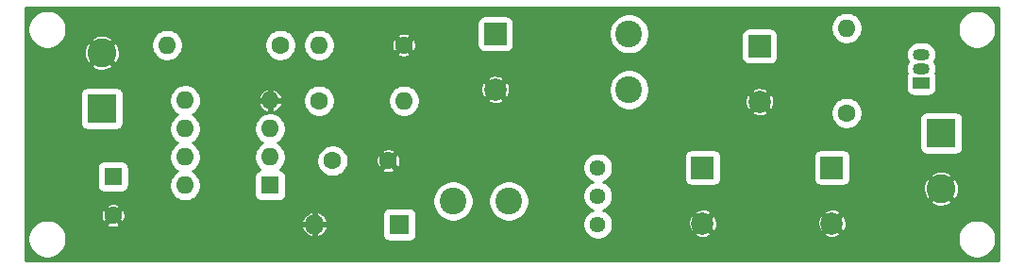
<source format=gbl>
%TF.GenerationSoftware,KiCad,Pcbnew,(5.1.12)-1*%
%TF.CreationDate,2022-12-12T11:43:11+01:00*%
%TF.ProjectId,MC34063_buck,4d433334-3036-4335-9f62-75636b2e6b69,rev?*%
%TF.SameCoordinates,Original*%
%TF.FileFunction,Copper,L2,Bot*%
%TF.FilePolarity,Positive*%
%FSLAX46Y46*%
G04 Gerber Fmt 4.6, Leading zero omitted, Abs format (unit mm)*
G04 Created by KiCad (PCBNEW (5.1.12)-1) date 2022-12-12 11:43:11*
%MOMM*%
%LPD*%
G01*
G04 APERTURE LIST*
%TA.AperFunction,ComponentPad*%
%ADD10C,1.600000*%
%TD*%
%TA.AperFunction,ComponentPad*%
%ADD11R,1.800000X1.800000*%
%TD*%
%TA.AperFunction,ComponentPad*%
%ADD12O,1.800000X1.800000*%
%TD*%
%TA.AperFunction,ComponentPad*%
%ADD13C,2.600000*%
%TD*%
%TA.AperFunction,ComponentPad*%
%ADD14R,2.600000X2.600000*%
%TD*%
%TA.AperFunction,ComponentPad*%
%ADD15C,2.400000*%
%TD*%
%TA.AperFunction,ComponentPad*%
%ADD16O,1.500000X1.050000*%
%TD*%
%TA.AperFunction,ComponentPad*%
%ADD17R,1.500000X1.050000*%
%TD*%
%TA.AperFunction,ComponentPad*%
%ADD18O,1.600000X1.600000*%
%TD*%
%TA.AperFunction,ComponentPad*%
%ADD19C,1.440000*%
%TD*%
%TA.AperFunction,ComponentPad*%
%ADD20R,1.600000X1.600000*%
%TD*%
%TA.AperFunction,ComponentPad*%
%ADD21R,2.000000X2.000000*%
%TD*%
%TA.AperFunction,ComponentPad*%
%ADD22C,2.000000*%
%TD*%
%TA.AperFunction,Conductor*%
%ADD23C,0.254000*%
%TD*%
%TA.AperFunction,Conductor*%
%ADD24C,0.100000*%
%TD*%
G04 APERTURE END LIST*
D10*
%TO.P,C2,1*%
%TO.N,Net-(C2-Pad1)*%
X73200000Y-73400000D03*
%TO.P,C2,2*%
%TO.N,GND*%
X78200000Y-73400000D03*
%TD*%
D11*
%TO.P,D1,1*%
%TO.N,Net-(D1-Pad1)*%
X79200000Y-79100000D03*
D12*
%TO.P,D1,2*%
%TO.N,GND*%
X71580000Y-79100000D03*
%TD*%
D13*
%TO.P,J1,2*%
%TO.N,GND*%
X52500000Y-63700000D03*
D14*
%TO.P,J1,1*%
%TO.N,Net-(C1-Pad1)*%
X52500000Y-68700000D03*
%TD*%
%TO.P,J2,1*%
%TO.N,Net-(C6-Pad1)*%
X127800000Y-70900000D03*
D13*
%TO.P,J2,2*%
%TO.N,GND*%
X127800000Y-75900000D03*
%TD*%
D15*
%TO.P,L1,1*%
%TO.N,Net-(D1-Pad1)*%
X84000000Y-77000000D03*
%TO.P,L1,2*%
%TO.N,Net-(C3-Pad1)*%
X89000000Y-77000000D03*
%TD*%
%TO.P,L2,2*%
%TO.N,Net-(C4-Pad1)*%
X99800000Y-67000000D03*
%TO.P,L2,1*%
%TO.N,Net-(C3-Pad1)*%
X99800000Y-62000000D03*
%TD*%
D16*
%TO.P,Q1,2*%
%TO.N,Net-(C5-Pad1)*%
X126000000Y-65130000D03*
%TO.P,Q1,3*%
%TO.N,Net-(C4-Pad1)*%
X126000000Y-63860000D03*
D17*
%TO.P,Q1,1*%
%TO.N,Net-(C6-Pad1)*%
X126000000Y-66400000D03*
%TD*%
D10*
%TO.P,R1,1*%
%TO.N,Net-(R1-Pad1)*%
X68500000Y-63000000D03*
D18*
%TO.P,R1,2*%
%TO.N,Net-(C1-Pad1)*%
X58340000Y-63000000D03*
%TD*%
D10*
%TO.P,R2,1*%
%TO.N,GND*%
X79600000Y-63000000D03*
D18*
%TO.P,R2,2*%
%TO.N,Net-(R2-Pad2)*%
X71980000Y-63000000D03*
%TD*%
D10*
%TO.P,R4,1*%
%TO.N,Net-(R2-Pad2)*%
X72000000Y-68000000D03*
D18*
%TO.P,R4,2*%
%TO.N,Net-(R4-Pad2)*%
X79620000Y-68000000D03*
%TD*%
%TO.P,R5,2*%
%TO.N,Net-(C4-Pad1)*%
X119300000Y-61480000D03*
D10*
%TO.P,R5,1*%
%TO.N,Net-(C5-Pad1)*%
X119300000Y-69100000D03*
%TD*%
D19*
%TO.P,RV1,1*%
%TO.N,Net-(R4-Pad2)*%
X97000000Y-74000000D03*
%TO.P,RV1,2*%
%TO.N,Net-(C3-Pad1)*%
X97000000Y-76540000D03*
%TO.P,RV1,3*%
%TO.N,N/C*%
X97000000Y-79080000D03*
%TD*%
D20*
%TO.P,U1,1*%
%TO.N,Net-(R1-Pad1)*%
X67600000Y-75600000D03*
D18*
%TO.P,U1,5*%
%TO.N,Net-(R2-Pad2)*%
X59980000Y-67980000D03*
%TO.P,U1,2*%
%TO.N,Net-(D1-Pad1)*%
X67600000Y-73060000D03*
%TO.P,U1,6*%
%TO.N,Net-(C1-Pad1)*%
X59980000Y-70520000D03*
%TO.P,U1,3*%
%TO.N,Net-(C2-Pad1)*%
X67600000Y-70520000D03*
%TO.P,U1,7*%
%TO.N,Net-(R1-Pad1)*%
X59980000Y-73060000D03*
%TO.P,U1,4*%
%TO.N,GND*%
X67600000Y-67980000D03*
%TO.P,U1,8*%
%TO.N,Net-(R1-Pad1)*%
X59980000Y-75600000D03*
%TD*%
D21*
%TO.P,C3,1*%
%TO.N,Net-(C3-Pad1)*%
X87800000Y-62000000D03*
D22*
%TO.P,C3,2*%
%TO.N,GND*%
X87800000Y-67000000D03*
%TD*%
%TO.P,C4,2*%
%TO.N,GND*%
X106400000Y-79000000D03*
D21*
%TO.P,C4,1*%
%TO.N,Net-(C4-Pad1)*%
X106400000Y-74000000D03*
%TD*%
D22*
%TO.P,C5,2*%
%TO.N,GND*%
X111500000Y-68100000D03*
D21*
%TO.P,C5,1*%
%TO.N,Net-(C5-Pad1)*%
X111500000Y-63100000D03*
%TD*%
%TO.P,C6,1*%
%TO.N,Net-(C6-Pad1)*%
X118000000Y-74000000D03*
D22*
%TO.P,C6,2*%
%TO.N,GND*%
X118000000Y-79000000D03*
%TD*%
D20*
%TO.P,C1,1*%
%TO.N,Net-(C1-Pad1)*%
X53500000Y-74800000D03*
D10*
%TO.P,C1,2*%
%TO.N,GND*%
X53500000Y-78300000D03*
%TD*%
D23*
%TO.N,GND*%
X132915001Y-82315000D02*
X45685000Y-82315000D01*
X45685000Y-80229117D01*
X45865000Y-80229117D01*
X45865000Y-80570883D01*
X45931675Y-80906081D01*
X46062463Y-81221831D01*
X46252337Y-81505998D01*
X46494002Y-81747663D01*
X46778169Y-81937537D01*
X47093919Y-82068325D01*
X47429117Y-82135000D01*
X47770883Y-82135000D01*
X48106081Y-82068325D01*
X48421831Y-81937537D01*
X48705998Y-81747663D01*
X48947663Y-81505998D01*
X49137537Y-81221831D01*
X49268325Y-80906081D01*
X49335000Y-80570883D01*
X49335000Y-80229117D01*
X49268325Y-79893919D01*
X49137537Y-79578169D01*
X49026682Y-79412261D01*
X70420305Y-79412261D01*
X70442262Y-79484658D01*
X70539166Y-79699229D01*
X70676069Y-79890772D01*
X70847710Y-80051926D01*
X71047492Y-80176498D01*
X71267738Y-80259701D01*
X71453000Y-80219022D01*
X71453000Y-79227000D01*
X71707000Y-79227000D01*
X71707000Y-80219022D01*
X71892262Y-80259701D01*
X72112508Y-80176498D01*
X72312290Y-80051926D01*
X72483931Y-79890772D01*
X72620834Y-79699229D01*
X72717738Y-79484658D01*
X72739695Y-79412261D01*
X72698563Y-79227000D01*
X71707000Y-79227000D01*
X71453000Y-79227000D01*
X70461437Y-79227000D01*
X70420305Y-79412261D01*
X49026682Y-79412261D01*
X48947663Y-79294002D01*
X48766994Y-79113333D01*
X52866273Y-79113333D01*
X52956762Y-79263769D01*
X53155222Y-79351230D01*
X53366931Y-79398294D01*
X53583755Y-79403151D01*
X53797360Y-79365614D01*
X53999537Y-79287127D01*
X54043238Y-79263769D01*
X54133727Y-79113333D01*
X53500000Y-78479605D01*
X52866273Y-79113333D01*
X48766994Y-79113333D01*
X48705998Y-79052337D01*
X48421831Y-78862463D01*
X48106081Y-78731675D01*
X47770883Y-78665000D01*
X47429117Y-78665000D01*
X47093919Y-78731675D01*
X46778169Y-78862463D01*
X46494002Y-79052337D01*
X46252337Y-79294002D01*
X46062463Y-79578169D01*
X45931675Y-79893919D01*
X45865000Y-80229117D01*
X45685000Y-80229117D01*
X45685000Y-78383755D01*
X52396849Y-78383755D01*
X52434386Y-78597360D01*
X52512873Y-78799537D01*
X52536231Y-78843238D01*
X52686667Y-78933727D01*
X53320395Y-78300000D01*
X53679605Y-78300000D01*
X54313333Y-78933727D01*
X54463769Y-78843238D01*
X54488227Y-78787739D01*
X70420305Y-78787739D01*
X70461437Y-78973000D01*
X71453000Y-78973000D01*
X71453000Y-77980978D01*
X71707000Y-77980978D01*
X71707000Y-78973000D01*
X72698563Y-78973000D01*
X72739695Y-78787739D01*
X72717738Y-78715342D01*
X72620834Y-78500771D01*
X72483931Y-78309228D01*
X72367596Y-78200000D01*
X77661928Y-78200000D01*
X77661928Y-80000000D01*
X77674188Y-80124482D01*
X77710498Y-80244180D01*
X77769463Y-80354494D01*
X77848815Y-80451185D01*
X77945506Y-80530537D01*
X78055820Y-80589502D01*
X78175518Y-80625812D01*
X78300000Y-80638072D01*
X80100000Y-80638072D01*
X80224482Y-80625812D01*
X80344180Y-80589502D01*
X80454494Y-80530537D01*
X80551185Y-80451185D01*
X80630537Y-80354494D01*
X80689502Y-80244180D01*
X80725812Y-80124482D01*
X80738072Y-80000000D01*
X80738072Y-78200000D01*
X80725812Y-78075518D01*
X80689502Y-77955820D01*
X80630537Y-77845506D01*
X80551185Y-77748815D01*
X80454494Y-77669463D01*
X80344180Y-77610498D01*
X80224482Y-77574188D01*
X80100000Y-77561928D01*
X78300000Y-77561928D01*
X78175518Y-77574188D01*
X78055820Y-77610498D01*
X77945506Y-77669463D01*
X77848815Y-77748815D01*
X77769463Y-77845506D01*
X77710498Y-77955820D01*
X77674188Y-78075518D01*
X77661928Y-78200000D01*
X72367596Y-78200000D01*
X72312290Y-78148074D01*
X72112508Y-78023502D01*
X71892262Y-77940299D01*
X71707000Y-77980978D01*
X71453000Y-77980978D01*
X71267738Y-77940299D01*
X71047492Y-78023502D01*
X70847710Y-78148074D01*
X70676069Y-78309228D01*
X70539166Y-78500771D01*
X70442262Y-78715342D01*
X70420305Y-78787739D01*
X54488227Y-78787739D01*
X54551230Y-78644778D01*
X54598294Y-78433069D01*
X54603151Y-78216245D01*
X54565614Y-78002640D01*
X54487127Y-77800463D01*
X54463769Y-77756762D01*
X54313333Y-77666273D01*
X53679605Y-78300000D01*
X53320395Y-78300000D01*
X52686667Y-77666273D01*
X52536231Y-77756762D01*
X52448770Y-77955222D01*
X52401706Y-78166931D01*
X52396849Y-78383755D01*
X45685000Y-78383755D01*
X45685000Y-77486667D01*
X52866273Y-77486667D01*
X53500000Y-78120395D01*
X54133727Y-77486667D01*
X54043238Y-77336231D01*
X53844778Y-77248770D01*
X53633069Y-77201706D01*
X53416245Y-77196849D01*
X53202640Y-77234386D01*
X53000463Y-77312873D01*
X52956762Y-77336231D01*
X52866273Y-77486667D01*
X45685000Y-77486667D01*
X45685000Y-74000000D01*
X52061928Y-74000000D01*
X52061928Y-75600000D01*
X52074188Y-75724482D01*
X52110498Y-75844180D01*
X52169463Y-75954494D01*
X52248815Y-76051185D01*
X52345506Y-76130537D01*
X52455820Y-76189502D01*
X52575518Y-76225812D01*
X52700000Y-76238072D01*
X54300000Y-76238072D01*
X54424482Y-76225812D01*
X54544180Y-76189502D01*
X54654494Y-76130537D01*
X54751185Y-76051185D01*
X54830537Y-75954494D01*
X54889502Y-75844180D01*
X54925812Y-75724482D01*
X54938072Y-75600000D01*
X54938072Y-74000000D01*
X54925812Y-73875518D01*
X54889502Y-73755820D01*
X54830537Y-73645506D01*
X54751185Y-73548815D01*
X54654494Y-73469463D01*
X54544180Y-73410498D01*
X54424482Y-73374188D01*
X54300000Y-73361928D01*
X52700000Y-73361928D01*
X52575518Y-73374188D01*
X52455820Y-73410498D01*
X52345506Y-73469463D01*
X52248815Y-73548815D01*
X52169463Y-73645506D01*
X52110498Y-73755820D01*
X52074188Y-73875518D01*
X52061928Y-74000000D01*
X45685000Y-74000000D01*
X45685000Y-67400000D01*
X50561928Y-67400000D01*
X50561928Y-70000000D01*
X50574188Y-70124482D01*
X50610498Y-70244180D01*
X50669463Y-70354494D01*
X50748815Y-70451185D01*
X50845506Y-70530537D01*
X50955820Y-70589502D01*
X51075518Y-70625812D01*
X51200000Y-70638072D01*
X53800000Y-70638072D01*
X53924482Y-70625812D01*
X54044180Y-70589502D01*
X54154494Y-70530537D01*
X54251185Y-70451185D01*
X54330537Y-70354494D01*
X54389502Y-70244180D01*
X54425812Y-70124482D01*
X54438072Y-70000000D01*
X54438072Y-67838665D01*
X58545000Y-67838665D01*
X58545000Y-68121335D01*
X58600147Y-68398574D01*
X58708320Y-68659727D01*
X58865363Y-68894759D01*
X59065241Y-69094637D01*
X59297759Y-69250000D01*
X59065241Y-69405363D01*
X58865363Y-69605241D01*
X58708320Y-69840273D01*
X58600147Y-70101426D01*
X58545000Y-70378665D01*
X58545000Y-70661335D01*
X58600147Y-70938574D01*
X58708320Y-71199727D01*
X58865363Y-71434759D01*
X59065241Y-71634637D01*
X59297759Y-71790000D01*
X59065241Y-71945363D01*
X58865363Y-72145241D01*
X58708320Y-72380273D01*
X58600147Y-72641426D01*
X58545000Y-72918665D01*
X58545000Y-73201335D01*
X58600147Y-73478574D01*
X58708320Y-73739727D01*
X58865363Y-73974759D01*
X59065241Y-74174637D01*
X59297759Y-74330000D01*
X59065241Y-74485363D01*
X58865363Y-74685241D01*
X58708320Y-74920273D01*
X58600147Y-75181426D01*
X58545000Y-75458665D01*
X58545000Y-75741335D01*
X58600147Y-76018574D01*
X58708320Y-76279727D01*
X58865363Y-76514759D01*
X59065241Y-76714637D01*
X59300273Y-76871680D01*
X59561426Y-76979853D01*
X59838665Y-77035000D01*
X60121335Y-77035000D01*
X60398574Y-76979853D01*
X60659727Y-76871680D01*
X60894759Y-76714637D01*
X61094637Y-76514759D01*
X61251680Y-76279727D01*
X61359853Y-76018574D01*
X61415000Y-75741335D01*
X61415000Y-75458665D01*
X61359853Y-75181426D01*
X61251680Y-74920273D01*
X61171317Y-74800000D01*
X66161928Y-74800000D01*
X66161928Y-76400000D01*
X66174188Y-76524482D01*
X66210498Y-76644180D01*
X66269463Y-76754494D01*
X66348815Y-76851185D01*
X66445506Y-76930537D01*
X66555820Y-76989502D01*
X66675518Y-77025812D01*
X66800000Y-77038072D01*
X68400000Y-77038072D01*
X68524482Y-77025812D01*
X68644180Y-76989502D01*
X68754494Y-76930537D01*
X68851185Y-76851185D01*
X68877378Y-76819268D01*
X82165000Y-76819268D01*
X82165000Y-77180732D01*
X82235518Y-77535250D01*
X82373844Y-77869199D01*
X82574662Y-78169744D01*
X82830256Y-78425338D01*
X83130801Y-78626156D01*
X83464750Y-78764482D01*
X83819268Y-78835000D01*
X84180732Y-78835000D01*
X84535250Y-78764482D01*
X84869199Y-78626156D01*
X85169744Y-78425338D01*
X85425338Y-78169744D01*
X85626156Y-77869199D01*
X85764482Y-77535250D01*
X85835000Y-77180732D01*
X85835000Y-76819268D01*
X87165000Y-76819268D01*
X87165000Y-77180732D01*
X87235518Y-77535250D01*
X87373844Y-77869199D01*
X87574662Y-78169744D01*
X87830256Y-78425338D01*
X88130801Y-78626156D01*
X88464750Y-78764482D01*
X88819268Y-78835000D01*
X89180732Y-78835000D01*
X89535250Y-78764482D01*
X89869199Y-78626156D01*
X90169744Y-78425338D01*
X90425338Y-78169744D01*
X90626156Y-77869199D01*
X90764482Y-77535250D01*
X90835000Y-77180732D01*
X90835000Y-76819268D01*
X90764482Y-76464750D01*
X90626156Y-76130801D01*
X90425338Y-75830256D01*
X90169744Y-75574662D01*
X89869199Y-75373844D01*
X89535250Y-75235518D01*
X89180732Y-75165000D01*
X88819268Y-75165000D01*
X88464750Y-75235518D01*
X88130801Y-75373844D01*
X87830256Y-75574662D01*
X87574662Y-75830256D01*
X87373844Y-76130801D01*
X87235518Y-76464750D01*
X87165000Y-76819268D01*
X85835000Y-76819268D01*
X85764482Y-76464750D01*
X85626156Y-76130801D01*
X85425338Y-75830256D01*
X85169744Y-75574662D01*
X84869199Y-75373844D01*
X84535250Y-75235518D01*
X84180732Y-75165000D01*
X83819268Y-75165000D01*
X83464750Y-75235518D01*
X83130801Y-75373844D01*
X82830256Y-75574662D01*
X82574662Y-75830256D01*
X82373844Y-76130801D01*
X82235518Y-76464750D01*
X82165000Y-76819268D01*
X68877378Y-76819268D01*
X68930537Y-76754494D01*
X68989502Y-76644180D01*
X69025812Y-76524482D01*
X69038072Y-76400000D01*
X69038072Y-74800000D01*
X69025812Y-74675518D01*
X68989502Y-74555820D01*
X68930537Y-74445506D01*
X68851185Y-74348815D01*
X68754494Y-74269463D01*
X68644180Y-74210498D01*
X68524482Y-74174188D01*
X68516039Y-74173357D01*
X68714637Y-73974759D01*
X68871680Y-73739727D01*
X68979853Y-73478574D01*
X69023596Y-73258665D01*
X71765000Y-73258665D01*
X71765000Y-73541335D01*
X71820147Y-73818574D01*
X71928320Y-74079727D01*
X72085363Y-74314759D01*
X72285241Y-74514637D01*
X72520273Y-74671680D01*
X72781426Y-74779853D01*
X73058665Y-74835000D01*
X73341335Y-74835000D01*
X73618574Y-74779853D01*
X73879727Y-74671680D01*
X74114759Y-74514637D01*
X74314637Y-74314759D01*
X74382407Y-74213333D01*
X77566273Y-74213333D01*
X77656762Y-74363769D01*
X77855222Y-74451230D01*
X78066931Y-74498294D01*
X78283755Y-74503151D01*
X78497360Y-74465614D01*
X78699537Y-74387127D01*
X78743238Y-74363769D01*
X78833727Y-74213333D01*
X78200000Y-73579605D01*
X77566273Y-74213333D01*
X74382407Y-74213333D01*
X74471680Y-74079727D01*
X74579853Y-73818574D01*
X74635000Y-73541335D01*
X74635000Y-73483755D01*
X77096849Y-73483755D01*
X77134386Y-73697360D01*
X77212873Y-73899537D01*
X77236231Y-73943238D01*
X77386667Y-74033727D01*
X78020395Y-73400000D01*
X78379605Y-73400000D01*
X79013333Y-74033727D01*
X79163769Y-73943238D01*
X79197567Y-73866544D01*
X95645000Y-73866544D01*
X95645000Y-74133456D01*
X95697072Y-74395239D01*
X95799215Y-74641833D01*
X95947503Y-74863762D01*
X96136238Y-75052497D01*
X96358167Y-75200785D01*
X96525266Y-75270000D01*
X96358167Y-75339215D01*
X96136238Y-75487503D01*
X95947503Y-75676238D01*
X95799215Y-75898167D01*
X95697072Y-76144761D01*
X95645000Y-76406544D01*
X95645000Y-76673456D01*
X95697072Y-76935239D01*
X95799215Y-77181833D01*
X95947503Y-77403762D01*
X96136238Y-77592497D01*
X96358167Y-77740785D01*
X96525266Y-77810000D01*
X96358167Y-77879215D01*
X96136238Y-78027503D01*
X95947503Y-78216238D01*
X95799215Y-78438167D01*
X95697072Y-78684761D01*
X95645000Y-78946544D01*
X95645000Y-79213456D01*
X95697072Y-79475239D01*
X95799215Y-79721833D01*
X95947503Y-79943762D01*
X96136238Y-80132497D01*
X96358167Y-80280785D01*
X96604761Y-80382928D01*
X96866544Y-80435000D01*
X97133456Y-80435000D01*
X97395239Y-80382928D01*
X97641833Y-80280785D01*
X97863762Y-80132497D01*
X98039910Y-79956349D01*
X105623256Y-79956349D01*
X105737971Y-80127270D01*
X105970611Y-80234765D01*
X106219752Y-80294809D01*
X106475820Y-80305094D01*
X106728975Y-80265225D01*
X106969487Y-80176735D01*
X107062029Y-80127270D01*
X107176744Y-79956349D01*
X117223256Y-79956349D01*
X117337971Y-80127270D01*
X117570611Y-80234765D01*
X117819752Y-80294809D01*
X118075820Y-80305094D01*
X118328975Y-80265225D01*
X118427114Y-80229117D01*
X129265000Y-80229117D01*
X129265000Y-80570883D01*
X129331675Y-80906081D01*
X129462463Y-81221831D01*
X129652337Y-81505998D01*
X129894002Y-81747663D01*
X130178169Y-81937537D01*
X130493919Y-82068325D01*
X130829117Y-82135000D01*
X131170883Y-82135000D01*
X131506081Y-82068325D01*
X131821831Y-81937537D01*
X132105998Y-81747663D01*
X132347663Y-81505998D01*
X132537537Y-81221831D01*
X132668325Y-80906081D01*
X132735000Y-80570883D01*
X132735000Y-80229117D01*
X132668325Y-79893919D01*
X132537537Y-79578169D01*
X132347663Y-79294002D01*
X132105998Y-79052337D01*
X131821831Y-78862463D01*
X131506081Y-78731675D01*
X131170883Y-78665000D01*
X130829117Y-78665000D01*
X130493919Y-78731675D01*
X130178169Y-78862463D01*
X129894002Y-79052337D01*
X129652337Y-79294002D01*
X129462463Y-79578169D01*
X129331675Y-79893919D01*
X129265000Y-80229117D01*
X118427114Y-80229117D01*
X118569487Y-80176735D01*
X118662029Y-80127270D01*
X118776744Y-79956349D01*
X118000000Y-79179605D01*
X117223256Y-79956349D01*
X107176744Y-79956349D01*
X106400000Y-79179605D01*
X105623256Y-79956349D01*
X98039910Y-79956349D01*
X98052497Y-79943762D01*
X98200785Y-79721833D01*
X98302928Y-79475239D01*
X98355000Y-79213456D01*
X98355000Y-79075820D01*
X105094906Y-79075820D01*
X105134775Y-79328975D01*
X105223265Y-79569487D01*
X105272730Y-79662029D01*
X105443651Y-79776744D01*
X106220395Y-79000000D01*
X106579605Y-79000000D01*
X107356349Y-79776744D01*
X107527270Y-79662029D01*
X107634765Y-79429389D01*
X107694809Y-79180248D01*
X107699003Y-79075820D01*
X116694906Y-79075820D01*
X116734775Y-79328975D01*
X116823265Y-79569487D01*
X116872730Y-79662029D01*
X117043651Y-79776744D01*
X117820395Y-79000000D01*
X118179605Y-79000000D01*
X118956349Y-79776744D01*
X119127270Y-79662029D01*
X119234765Y-79429389D01*
X119294809Y-79180248D01*
X119305094Y-78924180D01*
X119265225Y-78671025D01*
X119176735Y-78430513D01*
X119127270Y-78337971D01*
X118956349Y-78223256D01*
X118179605Y-79000000D01*
X117820395Y-79000000D01*
X117043651Y-78223256D01*
X116872730Y-78337971D01*
X116765235Y-78570611D01*
X116705191Y-78819752D01*
X116694906Y-79075820D01*
X107699003Y-79075820D01*
X107705094Y-78924180D01*
X107665225Y-78671025D01*
X107576735Y-78430513D01*
X107527270Y-78337971D01*
X107356349Y-78223256D01*
X106579605Y-79000000D01*
X106220395Y-79000000D01*
X105443651Y-78223256D01*
X105272730Y-78337971D01*
X105165235Y-78570611D01*
X105105191Y-78819752D01*
X105094906Y-79075820D01*
X98355000Y-79075820D01*
X98355000Y-78946544D01*
X98302928Y-78684761D01*
X98200785Y-78438167D01*
X98052497Y-78216238D01*
X97879910Y-78043651D01*
X105623256Y-78043651D01*
X106400000Y-78820395D01*
X107176744Y-78043651D01*
X117223256Y-78043651D01*
X118000000Y-78820395D01*
X118776744Y-78043651D01*
X118662029Y-77872730D01*
X118429389Y-77765235D01*
X118180248Y-77705191D01*
X117924180Y-77694906D01*
X117671025Y-77734775D01*
X117430513Y-77823265D01*
X117337971Y-77872730D01*
X117223256Y-78043651D01*
X107176744Y-78043651D01*
X107062029Y-77872730D01*
X106829389Y-77765235D01*
X106580248Y-77705191D01*
X106324180Y-77694906D01*
X106071025Y-77734775D01*
X105830513Y-77823265D01*
X105737971Y-77872730D01*
X105623256Y-78043651D01*
X97879910Y-78043651D01*
X97863762Y-78027503D01*
X97641833Y-77879215D01*
X97474734Y-77810000D01*
X97641833Y-77740785D01*
X97863762Y-77592497D01*
X98052497Y-77403762D01*
X98200785Y-77181833D01*
X98246932Y-77070424D01*
X126809181Y-77070424D01*
X126960099Y-77272090D01*
X127243918Y-77409582D01*
X127549109Y-77489063D01*
X127863941Y-77507476D01*
X128176315Y-77464115D01*
X128474228Y-77360645D01*
X128639901Y-77272090D01*
X128790819Y-77070424D01*
X127800000Y-76079605D01*
X126809181Y-77070424D01*
X98246932Y-77070424D01*
X98302928Y-76935239D01*
X98355000Y-76673456D01*
X98355000Y-76406544D01*
X98302928Y-76144761D01*
X98228030Y-75963941D01*
X126192524Y-75963941D01*
X126235885Y-76276315D01*
X126339355Y-76574228D01*
X126427910Y-76739901D01*
X126629576Y-76890819D01*
X127620395Y-75900000D01*
X127979605Y-75900000D01*
X128970424Y-76890819D01*
X129172090Y-76739901D01*
X129309582Y-76456082D01*
X129389063Y-76150891D01*
X129407476Y-75836059D01*
X129364115Y-75523685D01*
X129260645Y-75225772D01*
X129172090Y-75060099D01*
X128970424Y-74909181D01*
X127979605Y-75900000D01*
X127620395Y-75900000D01*
X126629576Y-74909181D01*
X126427910Y-75060099D01*
X126290418Y-75343918D01*
X126210937Y-75649109D01*
X126192524Y-75963941D01*
X98228030Y-75963941D01*
X98200785Y-75898167D01*
X98052497Y-75676238D01*
X97863762Y-75487503D01*
X97641833Y-75339215D01*
X97474734Y-75270000D01*
X97641833Y-75200785D01*
X97863762Y-75052497D01*
X98052497Y-74863762D01*
X98200785Y-74641833D01*
X98302928Y-74395239D01*
X98355000Y-74133456D01*
X98355000Y-73866544D01*
X98302928Y-73604761D01*
X98200785Y-73358167D01*
X98052497Y-73136238D01*
X97916259Y-73000000D01*
X104761928Y-73000000D01*
X104761928Y-75000000D01*
X104774188Y-75124482D01*
X104810498Y-75244180D01*
X104869463Y-75354494D01*
X104948815Y-75451185D01*
X105045506Y-75530537D01*
X105155820Y-75589502D01*
X105275518Y-75625812D01*
X105400000Y-75638072D01*
X107400000Y-75638072D01*
X107524482Y-75625812D01*
X107644180Y-75589502D01*
X107754494Y-75530537D01*
X107851185Y-75451185D01*
X107930537Y-75354494D01*
X107989502Y-75244180D01*
X108025812Y-75124482D01*
X108038072Y-75000000D01*
X108038072Y-73000000D01*
X116361928Y-73000000D01*
X116361928Y-75000000D01*
X116374188Y-75124482D01*
X116410498Y-75244180D01*
X116469463Y-75354494D01*
X116548815Y-75451185D01*
X116645506Y-75530537D01*
X116755820Y-75589502D01*
X116875518Y-75625812D01*
X117000000Y-75638072D01*
X119000000Y-75638072D01*
X119124482Y-75625812D01*
X119244180Y-75589502D01*
X119354494Y-75530537D01*
X119451185Y-75451185D01*
X119530537Y-75354494D01*
X119589502Y-75244180D01*
X119625812Y-75124482D01*
X119638072Y-75000000D01*
X119638072Y-74729576D01*
X126809181Y-74729576D01*
X127800000Y-75720395D01*
X128790819Y-74729576D01*
X128639901Y-74527910D01*
X128356082Y-74390418D01*
X128050891Y-74310937D01*
X127736059Y-74292524D01*
X127423685Y-74335885D01*
X127125772Y-74439355D01*
X126960099Y-74527910D01*
X126809181Y-74729576D01*
X119638072Y-74729576D01*
X119638072Y-73000000D01*
X119625812Y-72875518D01*
X119589502Y-72755820D01*
X119530537Y-72645506D01*
X119451185Y-72548815D01*
X119354494Y-72469463D01*
X119244180Y-72410498D01*
X119124482Y-72374188D01*
X119000000Y-72361928D01*
X117000000Y-72361928D01*
X116875518Y-72374188D01*
X116755820Y-72410498D01*
X116645506Y-72469463D01*
X116548815Y-72548815D01*
X116469463Y-72645506D01*
X116410498Y-72755820D01*
X116374188Y-72875518D01*
X116361928Y-73000000D01*
X108038072Y-73000000D01*
X108025812Y-72875518D01*
X107989502Y-72755820D01*
X107930537Y-72645506D01*
X107851185Y-72548815D01*
X107754494Y-72469463D01*
X107644180Y-72410498D01*
X107524482Y-72374188D01*
X107400000Y-72361928D01*
X105400000Y-72361928D01*
X105275518Y-72374188D01*
X105155820Y-72410498D01*
X105045506Y-72469463D01*
X104948815Y-72548815D01*
X104869463Y-72645506D01*
X104810498Y-72755820D01*
X104774188Y-72875518D01*
X104761928Y-73000000D01*
X97916259Y-73000000D01*
X97863762Y-72947503D01*
X97641833Y-72799215D01*
X97395239Y-72697072D01*
X97133456Y-72645000D01*
X96866544Y-72645000D01*
X96604761Y-72697072D01*
X96358167Y-72799215D01*
X96136238Y-72947503D01*
X95947503Y-73136238D01*
X95799215Y-73358167D01*
X95697072Y-73604761D01*
X95645000Y-73866544D01*
X79197567Y-73866544D01*
X79251230Y-73744778D01*
X79298294Y-73533069D01*
X79303151Y-73316245D01*
X79265614Y-73102640D01*
X79187127Y-72900463D01*
X79163769Y-72856762D01*
X79013333Y-72766273D01*
X78379605Y-73400000D01*
X78020395Y-73400000D01*
X77386667Y-72766273D01*
X77236231Y-72856762D01*
X77148770Y-73055222D01*
X77101706Y-73266931D01*
X77096849Y-73483755D01*
X74635000Y-73483755D01*
X74635000Y-73258665D01*
X74579853Y-72981426D01*
X74471680Y-72720273D01*
X74382408Y-72586667D01*
X77566273Y-72586667D01*
X78200000Y-73220395D01*
X78833727Y-72586667D01*
X78743238Y-72436231D01*
X78544778Y-72348770D01*
X78333069Y-72301706D01*
X78116245Y-72296849D01*
X77902640Y-72334386D01*
X77700463Y-72412873D01*
X77656762Y-72436231D01*
X77566273Y-72586667D01*
X74382408Y-72586667D01*
X74314637Y-72485241D01*
X74114759Y-72285363D01*
X73879727Y-72128320D01*
X73618574Y-72020147D01*
X73341335Y-71965000D01*
X73058665Y-71965000D01*
X72781426Y-72020147D01*
X72520273Y-72128320D01*
X72285241Y-72285363D01*
X72085363Y-72485241D01*
X71928320Y-72720273D01*
X71820147Y-72981426D01*
X71765000Y-73258665D01*
X69023596Y-73258665D01*
X69035000Y-73201335D01*
X69035000Y-72918665D01*
X68979853Y-72641426D01*
X68871680Y-72380273D01*
X68714637Y-72145241D01*
X68514759Y-71945363D01*
X68282241Y-71790000D01*
X68514759Y-71634637D01*
X68714637Y-71434759D01*
X68871680Y-71199727D01*
X68979853Y-70938574D01*
X69035000Y-70661335D01*
X69035000Y-70378665D01*
X68979853Y-70101426D01*
X68871680Y-69840273D01*
X68714637Y-69605241D01*
X68514759Y-69405363D01*
X68279727Y-69248320D01*
X68018574Y-69140147D01*
X67741335Y-69085000D01*
X67458665Y-69085000D01*
X67181426Y-69140147D01*
X66920273Y-69248320D01*
X66685241Y-69405363D01*
X66485363Y-69605241D01*
X66328320Y-69840273D01*
X66220147Y-70101426D01*
X66165000Y-70378665D01*
X66165000Y-70661335D01*
X66220147Y-70938574D01*
X66328320Y-71199727D01*
X66485363Y-71434759D01*
X66685241Y-71634637D01*
X66917759Y-71790000D01*
X66685241Y-71945363D01*
X66485363Y-72145241D01*
X66328320Y-72380273D01*
X66220147Y-72641426D01*
X66165000Y-72918665D01*
X66165000Y-73201335D01*
X66220147Y-73478574D01*
X66328320Y-73739727D01*
X66485363Y-73974759D01*
X66683961Y-74173357D01*
X66675518Y-74174188D01*
X66555820Y-74210498D01*
X66445506Y-74269463D01*
X66348815Y-74348815D01*
X66269463Y-74445506D01*
X66210498Y-74555820D01*
X66174188Y-74675518D01*
X66161928Y-74800000D01*
X61171317Y-74800000D01*
X61094637Y-74685241D01*
X60894759Y-74485363D01*
X60662241Y-74330000D01*
X60894759Y-74174637D01*
X61094637Y-73974759D01*
X61251680Y-73739727D01*
X61359853Y-73478574D01*
X61415000Y-73201335D01*
X61415000Y-72918665D01*
X61359853Y-72641426D01*
X61251680Y-72380273D01*
X61094637Y-72145241D01*
X60894759Y-71945363D01*
X60662241Y-71790000D01*
X60894759Y-71634637D01*
X61094637Y-71434759D01*
X61251680Y-71199727D01*
X61359853Y-70938574D01*
X61415000Y-70661335D01*
X61415000Y-70378665D01*
X61359853Y-70101426D01*
X61251680Y-69840273D01*
X61094637Y-69605241D01*
X60894759Y-69405363D01*
X60662241Y-69250000D01*
X60894759Y-69094637D01*
X61094637Y-68894759D01*
X61251680Y-68659727D01*
X61359853Y-68398574D01*
X61384131Y-68276521D01*
X66539681Y-68276521D01*
X66553632Y-68322536D01*
X66640563Y-68520091D01*
X66764365Y-68696890D01*
X66920280Y-68846139D01*
X67102316Y-68962103D01*
X67303478Y-69040325D01*
X67473000Y-68998407D01*
X67473000Y-68107000D01*
X67727000Y-68107000D01*
X67727000Y-68998407D01*
X67896522Y-69040325D01*
X68097684Y-68962103D01*
X68279720Y-68846139D01*
X68435635Y-68696890D01*
X68559437Y-68520091D01*
X68646368Y-68322536D01*
X68660319Y-68276521D01*
X68617858Y-68107000D01*
X67727000Y-68107000D01*
X67473000Y-68107000D01*
X66582142Y-68107000D01*
X66539681Y-68276521D01*
X61384131Y-68276521D01*
X61415000Y-68121335D01*
X61415000Y-67858665D01*
X70565000Y-67858665D01*
X70565000Y-68141335D01*
X70620147Y-68418574D01*
X70728320Y-68679727D01*
X70885363Y-68914759D01*
X71085241Y-69114637D01*
X71320273Y-69271680D01*
X71581426Y-69379853D01*
X71858665Y-69435000D01*
X72141335Y-69435000D01*
X72418574Y-69379853D01*
X72679727Y-69271680D01*
X72914759Y-69114637D01*
X73114637Y-68914759D01*
X73271680Y-68679727D01*
X73379853Y-68418574D01*
X73435000Y-68141335D01*
X73435000Y-67858665D01*
X78185000Y-67858665D01*
X78185000Y-68141335D01*
X78240147Y-68418574D01*
X78348320Y-68679727D01*
X78505363Y-68914759D01*
X78705241Y-69114637D01*
X78940273Y-69271680D01*
X79201426Y-69379853D01*
X79478665Y-69435000D01*
X79761335Y-69435000D01*
X80038574Y-69379853D01*
X80299727Y-69271680D01*
X80534759Y-69114637D01*
X80593047Y-69056349D01*
X110723256Y-69056349D01*
X110837971Y-69227270D01*
X111070611Y-69334765D01*
X111319752Y-69394809D01*
X111575820Y-69405094D01*
X111828975Y-69365225D01*
X112069487Y-69276735D01*
X112162029Y-69227270D01*
X112276744Y-69056349D01*
X112179060Y-68958665D01*
X117865000Y-68958665D01*
X117865000Y-69241335D01*
X117920147Y-69518574D01*
X118028320Y-69779727D01*
X118185363Y-70014759D01*
X118385241Y-70214637D01*
X118620273Y-70371680D01*
X118881426Y-70479853D01*
X119158665Y-70535000D01*
X119441335Y-70535000D01*
X119718574Y-70479853D01*
X119979727Y-70371680D01*
X120214759Y-70214637D01*
X120414637Y-70014759D01*
X120571680Y-69779727D01*
X120646125Y-69600000D01*
X125861928Y-69600000D01*
X125861928Y-72200000D01*
X125874188Y-72324482D01*
X125910498Y-72444180D01*
X125969463Y-72554494D01*
X126048815Y-72651185D01*
X126145506Y-72730537D01*
X126255820Y-72789502D01*
X126375518Y-72825812D01*
X126500000Y-72838072D01*
X129100000Y-72838072D01*
X129224482Y-72825812D01*
X129344180Y-72789502D01*
X129454494Y-72730537D01*
X129551185Y-72651185D01*
X129630537Y-72554494D01*
X129689502Y-72444180D01*
X129725812Y-72324482D01*
X129738072Y-72200000D01*
X129738072Y-69600000D01*
X129725812Y-69475518D01*
X129689502Y-69355820D01*
X129630537Y-69245506D01*
X129551185Y-69148815D01*
X129454494Y-69069463D01*
X129344180Y-69010498D01*
X129224482Y-68974188D01*
X129100000Y-68961928D01*
X126500000Y-68961928D01*
X126375518Y-68974188D01*
X126255820Y-69010498D01*
X126145506Y-69069463D01*
X126048815Y-69148815D01*
X125969463Y-69245506D01*
X125910498Y-69355820D01*
X125874188Y-69475518D01*
X125861928Y-69600000D01*
X120646125Y-69600000D01*
X120679853Y-69518574D01*
X120735000Y-69241335D01*
X120735000Y-68958665D01*
X120679853Y-68681426D01*
X120571680Y-68420273D01*
X120414637Y-68185241D01*
X120214759Y-67985363D01*
X119979727Y-67828320D01*
X119718574Y-67720147D01*
X119441335Y-67665000D01*
X119158665Y-67665000D01*
X118881426Y-67720147D01*
X118620273Y-67828320D01*
X118385241Y-67985363D01*
X118185363Y-68185241D01*
X118028320Y-68420273D01*
X117920147Y-68681426D01*
X117865000Y-68958665D01*
X112179060Y-68958665D01*
X111500000Y-68279605D01*
X110723256Y-69056349D01*
X80593047Y-69056349D01*
X80734637Y-68914759D01*
X80891680Y-68679727D01*
X80999853Y-68418574D01*
X81055000Y-68141335D01*
X81055000Y-67956349D01*
X87023256Y-67956349D01*
X87137971Y-68127270D01*
X87370611Y-68234765D01*
X87619752Y-68294809D01*
X87875820Y-68305094D01*
X88128975Y-68265225D01*
X88369487Y-68176735D01*
X88462029Y-68127270D01*
X88576744Y-67956349D01*
X87800000Y-67179605D01*
X87023256Y-67956349D01*
X81055000Y-67956349D01*
X81055000Y-67858665D01*
X80999853Y-67581426D01*
X80891680Y-67320273D01*
X80734637Y-67085241D01*
X80725216Y-67075820D01*
X86494906Y-67075820D01*
X86534775Y-67328975D01*
X86623265Y-67569487D01*
X86672730Y-67662029D01*
X86843651Y-67776744D01*
X87620395Y-67000000D01*
X87979605Y-67000000D01*
X88756349Y-67776744D01*
X88927270Y-67662029D01*
X89034765Y-67429389D01*
X89094809Y-67180248D01*
X89105094Y-66924180D01*
X89088572Y-66819268D01*
X97965000Y-66819268D01*
X97965000Y-67180732D01*
X98035518Y-67535250D01*
X98173844Y-67869199D01*
X98374662Y-68169744D01*
X98630256Y-68425338D01*
X98930801Y-68626156D01*
X99264750Y-68764482D01*
X99619268Y-68835000D01*
X99980732Y-68835000D01*
X100335250Y-68764482D01*
X100669199Y-68626156D01*
X100969744Y-68425338D01*
X101219262Y-68175820D01*
X110194906Y-68175820D01*
X110234775Y-68428975D01*
X110323265Y-68669487D01*
X110372730Y-68762029D01*
X110543651Y-68876744D01*
X111320395Y-68100000D01*
X111679605Y-68100000D01*
X112456349Y-68876744D01*
X112627270Y-68762029D01*
X112734765Y-68529389D01*
X112794809Y-68280248D01*
X112805094Y-68024180D01*
X112765225Y-67771025D01*
X112676735Y-67530513D01*
X112627270Y-67437971D01*
X112456349Y-67323256D01*
X111679605Y-68100000D01*
X111320395Y-68100000D01*
X110543651Y-67323256D01*
X110372730Y-67437971D01*
X110265235Y-67670611D01*
X110205191Y-67919752D01*
X110194906Y-68175820D01*
X101219262Y-68175820D01*
X101225338Y-68169744D01*
X101426156Y-67869199D01*
X101564482Y-67535250D01*
X101635000Y-67180732D01*
X101635000Y-67143651D01*
X110723256Y-67143651D01*
X111500000Y-67920395D01*
X112276744Y-67143651D01*
X112162029Y-66972730D01*
X111929389Y-66865235D01*
X111680248Y-66805191D01*
X111424180Y-66794906D01*
X111171025Y-66834775D01*
X110930513Y-66923265D01*
X110837971Y-66972730D01*
X110723256Y-67143651D01*
X101635000Y-67143651D01*
X101635000Y-66819268D01*
X101564482Y-66464750D01*
X101426156Y-66130801D01*
X101225338Y-65830256D01*
X100969744Y-65574662D01*
X100669199Y-65373844D01*
X100335250Y-65235518D01*
X99980732Y-65165000D01*
X99619268Y-65165000D01*
X99264750Y-65235518D01*
X98930801Y-65373844D01*
X98630256Y-65574662D01*
X98374662Y-65830256D01*
X98173844Y-66130801D01*
X98035518Y-66464750D01*
X97965000Y-66819268D01*
X89088572Y-66819268D01*
X89065225Y-66671025D01*
X88976735Y-66430513D01*
X88927270Y-66337971D01*
X88756349Y-66223256D01*
X87979605Y-67000000D01*
X87620395Y-67000000D01*
X86843651Y-66223256D01*
X86672730Y-66337971D01*
X86565235Y-66570611D01*
X86505191Y-66819752D01*
X86494906Y-67075820D01*
X80725216Y-67075820D01*
X80534759Y-66885363D01*
X80299727Y-66728320D01*
X80038574Y-66620147D01*
X79761335Y-66565000D01*
X79478665Y-66565000D01*
X79201426Y-66620147D01*
X78940273Y-66728320D01*
X78705241Y-66885363D01*
X78505363Y-67085241D01*
X78348320Y-67320273D01*
X78240147Y-67581426D01*
X78185000Y-67858665D01*
X73435000Y-67858665D01*
X73379853Y-67581426D01*
X73271680Y-67320273D01*
X73114637Y-67085241D01*
X72914759Y-66885363D01*
X72679727Y-66728320D01*
X72418574Y-66620147D01*
X72141335Y-66565000D01*
X71858665Y-66565000D01*
X71581426Y-66620147D01*
X71320273Y-66728320D01*
X71085241Y-66885363D01*
X70885363Y-67085241D01*
X70728320Y-67320273D01*
X70620147Y-67581426D01*
X70565000Y-67858665D01*
X61415000Y-67858665D01*
X61415000Y-67838665D01*
X61384132Y-67683479D01*
X66539681Y-67683479D01*
X66582142Y-67853000D01*
X67473000Y-67853000D01*
X67473000Y-66961593D01*
X67727000Y-66961593D01*
X67727000Y-67853000D01*
X68617858Y-67853000D01*
X68660319Y-67683479D01*
X68646368Y-67637464D01*
X68559437Y-67439909D01*
X68435635Y-67263110D01*
X68279720Y-67113861D01*
X68097684Y-66997897D01*
X67896522Y-66919675D01*
X67727000Y-66961593D01*
X67473000Y-66961593D01*
X67303478Y-66919675D01*
X67102316Y-66997897D01*
X66920280Y-67113861D01*
X66764365Y-67263110D01*
X66640563Y-67439909D01*
X66553632Y-67637464D01*
X66539681Y-67683479D01*
X61384132Y-67683479D01*
X61359853Y-67561426D01*
X61251680Y-67300273D01*
X61094637Y-67065241D01*
X60894759Y-66865363D01*
X60659727Y-66708320D01*
X60398574Y-66600147D01*
X60121335Y-66545000D01*
X59838665Y-66545000D01*
X59561426Y-66600147D01*
X59300273Y-66708320D01*
X59065241Y-66865363D01*
X58865363Y-67065241D01*
X58708320Y-67300273D01*
X58600147Y-67561426D01*
X58545000Y-67838665D01*
X54438072Y-67838665D01*
X54438072Y-67400000D01*
X54425812Y-67275518D01*
X54389502Y-67155820D01*
X54330537Y-67045506D01*
X54251185Y-66948815D01*
X54154494Y-66869463D01*
X54044180Y-66810498D01*
X53924482Y-66774188D01*
X53800000Y-66761928D01*
X51200000Y-66761928D01*
X51075518Y-66774188D01*
X50955820Y-66810498D01*
X50845506Y-66869463D01*
X50748815Y-66948815D01*
X50669463Y-67045506D01*
X50610498Y-67155820D01*
X50574188Y-67275518D01*
X50561928Y-67400000D01*
X45685000Y-67400000D01*
X45685000Y-66043651D01*
X87023256Y-66043651D01*
X87800000Y-66820395D01*
X88576744Y-66043651D01*
X88462029Y-65872730D01*
X88229389Y-65765235D01*
X87980248Y-65705191D01*
X87724180Y-65694906D01*
X87471025Y-65734775D01*
X87230513Y-65823265D01*
X87137971Y-65872730D01*
X87023256Y-66043651D01*
X45685000Y-66043651D01*
X45685000Y-64870424D01*
X51509181Y-64870424D01*
X51660099Y-65072090D01*
X51943918Y-65209582D01*
X52249109Y-65289063D01*
X52563941Y-65307476D01*
X52876315Y-65264115D01*
X53174228Y-65160645D01*
X53339901Y-65072090D01*
X53490819Y-64870424D01*
X52500000Y-63879605D01*
X51509181Y-64870424D01*
X45685000Y-64870424D01*
X45685000Y-63763941D01*
X50892524Y-63763941D01*
X50935885Y-64076315D01*
X51039355Y-64374228D01*
X51127910Y-64539901D01*
X51329576Y-64690819D01*
X52320395Y-63700000D01*
X52679605Y-63700000D01*
X53670424Y-64690819D01*
X53872090Y-64539901D01*
X54009582Y-64256082D01*
X54089063Y-63950891D01*
X54107476Y-63636059D01*
X54064115Y-63323685D01*
X53960645Y-63025772D01*
X53872090Y-62860099D01*
X53870174Y-62858665D01*
X56905000Y-62858665D01*
X56905000Y-63141335D01*
X56960147Y-63418574D01*
X57068320Y-63679727D01*
X57225363Y-63914759D01*
X57425241Y-64114637D01*
X57660273Y-64271680D01*
X57921426Y-64379853D01*
X58198665Y-64435000D01*
X58481335Y-64435000D01*
X58758574Y-64379853D01*
X59019727Y-64271680D01*
X59254759Y-64114637D01*
X59454637Y-63914759D01*
X59611680Y-63679727D01*
X59719853Y-63418574D01*
X59775000Y-63141335D01*
X59775000Y-62858665D01*
X67065000Y-62858665D01*
X67065000Y-63141335D01*
X67120147Y-63418574D01*
X67228320Y-63679727D01*
X67385363Y-63914759D01*
X67585241Y-64114637D01*
X67820273Y-64271680D01*
X68081426Y-64379853D01*
X68358665Y-64435000D01*
X68641335Y-64435000D01*
X68918574Y-64379853D01*
X69179727Y-64271680D01*
X69414759Y-64114637D01*
X69614637Y-63914759D01*
X69771680Y-63679727D01*
X69879853Y-63418574D01*
X69935000Y-63141335D01*
X69935000Y-62858665D01*
X70545000Y-62858665D01*
X70545000Y-63141335D01*
X70600147Y-63418574D01*
X70708320Y-63679727D01*
X70865363Y-63914759D01*
X71065241Y-64114637D01*
X71300273Y-64271680D01*
X71561426Y-64379853D01*
X71838665Y-64435000D01*
X72121335Y-64435000D01*
X72398574Y-64379853D01*
X72659727Y-64271680D01*
X72894759Y-64114637D01*
X73094637Y-63914759D01*
X73162407Y-63813333D01*
X78966273Y-63813333D01*
X79056762Y-63963769D01*
X79255222Y-64051230D01*
X79466931Y-64098294D01*
X79683755Y-64103151D01*
X79897360Y-64065614D01*
X80099537Y-63987127D01*
X80143238Y-63963769D01*
X80233727Y-63813333D01*
X79600000Y-63179605D01*
X78966273Y-63813333D01*
X73162407Y-63813333D01*
X73251680Y-63679727D01*
X73359853Y-63418574D01*
X73415000Y-63141335D01*
X73415000Y-63083755D01*
X78496849Y-63083755D01*
X78534386Y-63297360D01*
X78612873Y-63499537D01*
X78636231Y-63543238D01*
X78786667Y-63633727D01*
X79420395Y-63000000D01*
X79779605Y-63000000D01*
X80413333Y-63633727D01*
X80563769Y-63543238D01*
X80651230Y-63344778D01*
X80698294Y-63133069D01*
X80703151Y-62916245D01*
X80665614Y-62702640D01*
X80587127Y-62500463D01*
X80563769Y-62456762D01*
X80413333Y-62366273D01*
X79779605Y-63000000D01*
X79420395Y-63000000D01*
X78786667Y-62366273D01*
X78636231Y-62456762D01*
X78548770Y-62655222D01*
X78501706Y-62866931D01*
X78496849Y-63083755D01*
X73415000Y-63083755D01*
X73415000Y-62858665D01*
X73359853Y-62581426D01*
X73251680Y-62320273D01*
X73162408Y-62186667D01*
X78966273Y-62186667D01*
X79600000Y-62820395D01*
X80233727Y-62186667D01*
X80143238Y-62036231D01*
X79944778Y-61948770D01*
X79733069Y-61901706D01*
X79516245Y-61896849D01*
X79302640Y-61934386D01*
X79100463Y-62012873D01*
X79056762Y-62036231D01*
X78966273Y-62186667D01*
X73162408Y-62186667D01*
X73094637Y-62085241D01*
X72894759Y-61885363D01*
X72659727Y-61728320D01*
X72398574Y-61620147D01*
X72121335Y-61565000D01*
X71838665Y-61565000D01*
X71561426Y-61620147D01*
X71300273Y-61728320D01*
X71065241Y-61885363D01*
X70865363Y-62085241D01*
X70708320Y-62320273D01*
X70600147Y-62581426D01*
X70545000Y-62858665D01*
X69935000Y-62858665D01*
X69879853Y-62581426D01*
X69771680Y-62320273D01*
X69614637Y-62085241D01*
X69414759Y-61885363D01*
X69179727Y-61728320D01*
X68918574Y-61620147D01*
X68641335Y-61565000D01*
X68358665Y-61565000D01*
X68081426Y-61620147D01*
X67820273Y-61728320D01*
X67585241Y-61885363D01*
X67385363Y-62085241D01*
X67228320Y-62320273D01*
X67120147Y-62581426D01*
X67065000Y-62858665D01*
X59775000Y-62858665D01*
X59719853Y-62581426D01*
X59611680Y-62320273D01*
X59454637Y-62085241D01*
X59254759Y-61885363D01*
X59019727Y-61728320D01*
X58758574Y-61620147D01*
X58481335Y-61565000D01*
X58198665Y-61565000D01*
X57921426Y-61620147D01*
X57660273Y-61728320D01*
X57425241Y-61885363D01*
X57225363Y-62085241D01*
X57068320Y-62320273D01*
X56960147Y-62581426D01*
X56905000Y-62858665D01*
X53870174Y-62858665D01*
X53670424Y-62709181D01*
X52679605Y-63700000D01*
X52320395Y-63700000D01*
X51329576Y-62709181D01*
X51127910Y-62860099D01*
X50990418Y-63143918D01*
X50910937Y-63449109D01*
X50892524Y-63763941D01*
X45685000Y-63763941D01*
X45685000Y-61429117D01*
X45865000Y-61429117D01*
X45865000Y-61770883D01*
X45931675Y-62106081D01*
X46062463Y-62421831D01*
X46252337Y-62705998D01*
X46494002Y-62947663D01*
X46778169Y-63137537D01*
X47093919Y-63268325D01*
X47429117Y-63335000D01*
X47770883Y-63335000D01*
X48106081Y-63268325D01*
X48421831Y-63137537D01*
X48705998Y-62947663D01*
X48947663Y-62705998D01*
X49065544Y-62529576D01*
X51509181Y-62529576D01*
X52500000Y-63520395D01*
X53490819Y-62529576D01*
X53339901Y-62327910D01*
X53056082Y-62190418D01*
X52750891Y-62110937D01*
X52436059Y-62092524D01*
X52123685Y-62135885D01*
X51825772Y-62239355D01*
X51660099Y-62327910D01*
X51509181Y-62529576D01*
X49065544Y-62529576D01*
X49137537Y-62421831D01*
X49268325Y-62106081D01*
X49335000Y-61770883D01*
X49335000Y-61429117D01*
X49268325Y-61093919D01*
X49229423Y-61000000D01*
X86161928Y-61000000D01*
X86161928Y-63000000D01*
X86174188Y-63124482D01*
X86210498Y-63244180D01*
X86269463Y-63354494D01*
X86348815Y-63451185D01*
X86445506Y-63530537D01*
X86555820Y-63589502D01*
X86675518Y-63625812D01*
X86800000Y-63638072D01*
X88800000Y-63638072D01*
X88924482Y-63625812D01*
X89044180Y-63589502D01*
X89154494Y-63530537D01*
X89251185Y-63451185D01*
X89330537Y-63354494D01*
X89389502Y-63244180D01*
X89425812Y-63124482D01*
X89438072Y-63000000D01*
X89438072Y-61819268D01*
X97965000Y-61819268D01*
X97965000Y-62180732D01*
X98035518Y-62535250D01*
X98173844Y-62869199D01*
X98374662Y-63169744D01*
X98630256Y-63425338D01*
X98930801Y-63626156D01*
X99264750Y-63764482D01*
X99619268Y-63835000D01*
X99980732Y-63835000D01*
X100335250Y-63764482D01*
X100669199Y-63626156D01*
X100969744Y-63425338D01*
X101225338Y-63169744D01*
X101426156Y-62869199D01*
X101564482Y-62535250D01*
X101635000Y-62180732D01*
X101635000Y-62100000D01*
X109861928Y-62100000D01*
X109861928Y-64100000D01*
X109874188Y-64224482D01*
X109910498Y-64344180D01*
X109969463Y-64454494D01*
X110048815Y-64551185D01*
X110145506Y-64630537D01*
X110255820Y-64689502D01*
X110375518Y-64725812D01*
X110500000Y-64738072D01*
X112500000Y-64738072D01*
X112624482Y-64725812D01*
X112744180Y-64689502D01*
X112854494Y-64630537D01*
X112951185Y-64551185D01*
X113030537Y-64454494D01*
X113089502Y-64344180D01*
X113125812Y-64224482D01*
X113138072Y-64100000D01*
X113138072Y-63860000D01*
X124609388Y-63860000D01*
X124631785Y-64087400D01*
X124698115Y-64306060D01*
X124799105Y-64495000D01*
X124698115Y-64683940D01*
X124631785Y-64902600D01*
X124609388Y-65130000D01*
X124631785Y-65357400D01*
X124695093Y-65566098D01*
X124660498Y-65630820D01*
X124624188Y-65750518D01*
X124611928Y-65875000D01*
X124611928Y-66925000D01*
X124624188Y-67049482D01*
X124660498Y-67169180D01*
X124719463Y-67279494D01*
X124798815Y-67376185D01*
X124895506Y-67455537D01*
X125005820Y-67514502D01*
X125125518Y-67550812D01*
X125250000Y-67563072D01*
X126750000Y-67563072D01*
X126874482Y-67550812D01*
X126994180Y-67514502D01*
X127104494Y-67455537D01*
X127201185Y-67376185D01*
X127280537Y-67279494D01*
X127339502Y-67169180D01*
X127375812Y-67049482D01*
X127388072Y-66925000D01*
X127388072Y-65875000D01*
X127375812Y-65750518D01*
X127339502Y-65630820D01*
X127304907Y-65566098D01*
X127368215Y-65357400D01*
X127390612Y-65130000D01*
X127368215Y-64902600D01*
X127301885Y-64683940D01*
X127200895Y-64495000D01*
X127301885Y-64306060D01*
X127368215Y-64087400D01*
X127390612Y-63860000D01*
X127368215Y-63632600D01*
X127301885Y-63413940D01*
X127194171Y-63212421D01*
X127049212Y-63035788D01*
X126872579Y-62890829D01*
X126671060Y-62783115D01*
X126452400Y-62716785D01*
X126281979Y-62700000D01*
X125718021Y-62700000D01*
X125547600Y-62716785D01*
X125328940Y-62783115D01*
X125127421Y-62890829D01*
X124950788Y-63035788D01*
X124805829Y-63212421D01*
X124698115Y-63413940D01*
X124631785Y-63632600D01*
X124609388Y-63860000D01*
X113138072Y-63860000D01*
X113138072Y-62100000D01*
X113125812Y-61975518D01*
X113089502Y-61855820D01*
X113030537Y-61745506D01*
X112951185Y-61648815D01*
X112854494Y-61569463D01*
X112744180Y-61510498D01*
X112624482Y-61474188D01*
X112500000Y-61461928D01*
X110500000Y-61461928D01*
X110375518Y-61474188D01*
X110255820Y-61510498D01*
X110145506Y-61569463D01*
X110048815Y-61648815D01*
X109969463Y-61745506D01*
X109910498Y-61855820D01*
X109874188Y-61975518D01*
X109861928Y-62100000D01*
X101635000Y-62100000D01*
X101635000Y-61819268D01*
X101564482Y-61464750D01*
X101512256Y-61338665D01*
X117865000Y-61338665D01*
X117865000Y-61621335D01*
X117920147Y-61898574D01*
X118028320Y-62159727D01*
X118185363Y-62394759D01*
X118385241Y-62594637D01*
X118620273Y-62751680D01*
X118881426Y-62859853D01*
X119158665Y-62915000D01*
X119441335Y-62915000D01*
X119718574Y-62859853D01*
X119979727Y-62751680D01*
X120214759Y-62594637D01*
X120414637Y-62394759D01*
X120571680Y-62159727D01*
X120679853Y-61898574D01*
X120735000Y-61621335D01*
X120735000Y-61429117D01*
X129265000Y-61429117D01*
X129265000Y-61770883D01*
X129331675Y-62106081D01*
X129462463Y-62421831D01*
X129652337Y-62705998D01*
X129894002Y-62947663D01*
X130178169Y-63137537D01*
X130493919Y-63268325D01*
X130829117Y-63335000D01*
X131170883Y-63335000D01*
X131506081Y-63268325D01*
X131821831Y-63137537D01*
X132105998Y-62947663D01*
X132347663Y-62705998D01*
X132537537Y-62421831D01*
X132668325Y-62106081D01*
X132735000Y-61770883D01*
X132735000Y-61429117D01*
X132668325Y-61093919D01*
X132537537Y-60778169D01*
X132347663Y-60494002D01*
X132105998Y-60252337D01*
X131821831Y-60062463D01*
X131506081Y-59931675D01*
X131170883Y-59865000D01*
X130829117Y-59865000D01*
X130493919Y-59931675D01*
X130178169Y-60062463D01*
X129894002Y-60252337D01*
X129652337Y-60494002D01*
X129462463Y-60778169D01*
X129331675Y-61093919D01*
X129265000Y-61429117D01*
X120735000Y-61429117D01*
X120735000Y-61338665D01*
X120679853Y-61061426D01*
X120571680Y-60800273D01*
X120414637Y-60565241D01*
X120214759Y-60365363D01*
X119979727Y-60208320D01*
X119718574Y-60100147D01*
X119441335Y-60045000D01*
X119158665Y-60045000D01*
X118881426Y-60100147D01*
X118620273Y-60208320D01*
X118385241Y-60365363D01*
X118185363Y-60565241D01*
X118028320Y-60800273D01*
X117920147Y-61061426D01*
X117865000Y-61338665D01*
X101512256Y-61338665D01*
X101426156Y-61130801D01*
X101225338Y-60830256D01*
X100969744Y-60574662D01*
X100669199Y-60373844D01*
X100335250Y-60235518D01*
X99980732Y-60165000D01*
X99619268Y-60165000D01*
X99264750Y-60235518D01*
X98930801Y-60373844D01*
X98630256Y-60574662D01*
X98374662Y-60830256D01*
X98173844Y-61130801D01*
X98035518Y-61464750D01*
X97965000Y-61819268D01*
X89438072Y-61819268D01*
X89438072Y-61000000D01*
X89425812Y-60875518D01*
X89389502Y-60755820D01*
X89330537Y-60645506D01*
X89251185Y-60548815D01*
X89154494Y-60469463D01*
X89044180Y-60410498D01*
X88924482Y-60374188D01*
X88800000Y-60361928D01*
X86800000Y-60361928D01*
X86675518Y-60374188D01*
X86555820Y-60410498D01*
X86445506Y-60469463D01*
X86348815Y-60548815D01*
X86269463Y-60645506D01*
X86210498Y-60755820D01*
X86174188Y-60875518D01*
X86161928Y-61000000D01*
X49229423Y-61000000D01*
X49137537Y-60778169D01*
X48947663Y-60494002D01*
X48705998Y-60252337D01*
X48421831Y-60062463D01*
X48106081Y-59931675D01*
X47770883Y-59865000D01*
X47429117Y-59865000D01*
X47093919Y-59931675D01*
X46778169Y-60062463D01*
X46494002Y-60252337D01*
X46252337Y-60494002D01*
X46062463Y-60778169D01*
X45931675Y-61093919D01*
X45865000Y-61429117D01*
X45685000Y-61429117D01*
X45685000Y-59685000D01*
X132915000Y-59685000D01*
X132915001Y-82315000D01*
%TA.AperFunction,Conductor*%
D24*
G36*
X132915001Y-82315000D02*
G01*
X45685000Y-82315000D01*
X45685000Y-80229117D01*
X45865000Y-80229117D01*
X45865000Y-80570883D01*
X45931675Y-80906081D01*
X46062463Y-81221831D01*
X46252337Y-81505998D01*
X46494002Y-81747663D01*
X46778169Y-81937537D01*
X47093919Y-82068325D01*
X47429117Y-82135000D01*
X47770883Y-82135000D01*
X48106081Y-82068325D01*
X48421831Y-81937537D01*
X48705998Y-81747663D01*
X48947663Y-81505998D01*
X49137537Y-81221831D01*
X49268325Y-80906081D01*
X49335000Y-80570883D01*
X49335000Y-80229117D01*
X49268325Y-79893919D01*
X49137537Y-79578169D01*
X49026682Y-79412261D01*
X70420305Y-79412261D01*
X70442262Y-79484658D01*
X70539166Y-79699229D01*
X70676069Y-79890772D01*
X70847710Y-80051926D01*
X71047492Y-80176498D01*
X71267738Y-80259701D01*
X71453000Y-80219022D01*
X71453000Y-79227000D01*
X71707000Y-79227000D01*
X71707000Y-80219022D01*
X71892262Y-80259701D01*
X72112508Y-80176498D01*
X72312290Y-80051926D01*
X72483931Y-79890772D01*
X72620834Y-79699229D01*
X72717738Y-79484658D01*
X72739695Y-79412261D01*
X72698563Y-79227000D01*
X71707000Y-79227000D01*
X71453000Y-79227000D01*
X70461437Y-79227000D01*
X70420305Y-79412261D01*
X49026682Y-79412261D01*
X48947663Y-79294002D01*
X48766994Y-79113333D01*
X52866273Y-79113333D01*
X52956762Y-79263769D01*
X53155222Y-79351230D01*
X53366931Y-79398294D01*
X53583755Y-79403151D01*
X53797360Y-79365614D01*
X53999537Y-79287127D01*
X54043238Y-79263769D01*
X54133727Y-79113333D01*
X53500000Y-78479605D01*
X52866273Y-79113333D01*
X48766994Y-79113333D01*
X48705998Y-79052337D01*
X48421831Y-78862463D01*
X48106081Y-78731675D01*
X47770883Y-78665000D01*
X47429117Y-78665000D01*
X47093919Y-78731675D01*
X46778169Y-78862463D01*
X46494002Y-79052337D01*
X46252337Y-79294002D01*
X46062463Y-79578169D01*
X45931675Y-79893919D01*
X45865000Y-80229117D01*
X45685000Y-80229117D01*
X45685000Y-78383755D01*
X52396849Y-78383755D01*
X52434386Y-78597360D01*
X52512873Y-78799537D01*
X52536231Y-78843238D01*
X52686667Y-78933727D01*
X53320395Y-78300000D01*
X53679605Y-78300000D01*
X54313333Y-78933727D01*
X54463769Y-78843238D01*
X54488227Y-78787739D01*
X70420305Y-78787739D01*
X70461437Y-78973000D01*
X71453000Y-78973000D01*
X71453000Y-77980978D01*
X71707000Y-77980978D01*
X71707000Y-78973000D01*
X72698563Y-78973000D01*
X72739695Y-78787739D01*
X72717738Y-78715342D01*
X72620834Y-78500771D01*
X72483931Y-78309228D01*
X72367596Y-78200000D01*
X77661928Y-78200000D01*
X77661928Y-80000000D01*
X77674188Y-80124482D01*
X77710498Y-80244180D01*
X77769463Y-80354494D01*
X77848815Y-80451185D01*
X77945506Y-80530537D01*
X78055820Y-80589502D01*
X78175518Y-80625812D01*
X78300000Y-80638072D01*
X80100000Y-80638072D01*
X80224482Y-80625812D01*
X80344180Y-80589502D01*
X80454494Y-80530537D01*
X80551185Y-80451185D01*
X80630537Y-80354494D01*
X80689502Y-80244180D01*
X80725812Y-80124482D01*
X80738072Y-80000000D01*
X80738072Y-78200000D01*
X80725812Y-78075518D01*
X80689502Y-77955820D01*
X80630537Y-77845506D01*
X80551185Y-77748815D01*
X80454494Y-77669463D01*
X80344180Y-77610498D01*
X80224482Y-77574188D01*
X80100000Y-77561928D01*
X78300000Y-77561928D01*
X78175518Y-77574188D01*
X78055820Y-77610498D01*
X77945506Y-77669463D01*
X77848815Y-77748815D01*
X77769463Y-77845506D01*
X77710498Y-77955820D01*
X77674188Y-78075518D01*
X77661928Y-78200000D01*
X72367596Y-78200000D01*
X72312290Y-78148074D01*
X72112508Y-78023502D01*
X71892262Y-77940299D01*
X71707000Y-77980978D01*
X71453000Y-77980978D01*
X71267738Y-77940299D01*
X71047492Y-78023502D01*
X70847710Y-78148074D01*
X70676069Y-78309228D01*
X70539166Y-78500771D01*
X70442262Y-78715342D01*
X70420305Y-78787739D01*
X54488227Y-78787739D01*
X54551230Y-78644778D01*
X54598294Y-78433069D01*
X54603151Y-78216245D01*
X54565614Y-78002640D01*
X54487127Y-77800463D01*
X54463769Y-77756762D01*
X54313333Y-77666273D01*
X53679605Y-78300000D01*
X53320395Y-78300000D01*
X52686667Y-77666273D01*
X52536231Y-77756762D01*
X52448770Y-77955222D01*
X52401706Y-78166931D01*
X52396849Y-78383755D01*
X45685000Y-78383755D01*
X45685000Y-77486667D01*
X52866273Y-77486667D01*
X53500000Y-78120395D01*
X54133727Y-77486667D01*
X54043238Y-77336231D01*
X53844778Y-77248770D01*
X53633069Y-77201706D01*
X53416245Y-77196849D01*
X53202640Y-77234386D01*
X53000463Y-77312873D01*
X52956762Y-77336231D01*
X52866273Y-77486667D01*
X45685000Y-77486667D01*
X45685000Y-74000000D01*
X52061928Y-74000000D01*
X52061928Y-75600000D01*
X52074188Y-75724482D01*
X52110498Y-75844180D01*
X52169463Y-75954494D01*
X52248815Y-76051185D01*
X52345506Y-76130537D01*
X52455820Y-76189502D01*
X52575518Y-76225812D01*
X52700000Y-76238072D01*
X54300000Y-76238072D01*
X54424482Y-76225812D01*
X54544180Y-76189502D01*
X54654494Y-76130537D01*
X54751185Y-76051185D01*
X54830537Y-75954494D01*
X54889502Y-75844180D01*
X54925812Y-75724482D01*
X54938072Y-75600000D01*
X54938072Y-74000000D01*
X54925812Y-73875518D01*
X54889502Y-73755820D01*
X54830537Y-73645506D01*
X54751185Y-73548815D01*
X54654494Y-73469463D01*
X54544180Y-73410498D01*
X54424482Y-73374188D01*
X54300000Y-73361928D01*
X52700000Y-73361928D01*
X52575518Y-73374188D01*
X52455820Y-73410498D01*
X52345506Y-73469463D01*
X52248815Y-73548815D01*
X52169463Y-73645506D01*
X52110498Y-73755820D01*
X52074188Y-73875518D01*
X52061928Y-74000000D01*
X45685000Y-74000000D01*
X45685000Y-67400000D01*
X50561928Y-67400000D01*
X50561928Y-70000000D01*
X50574188Y-70124482D01*
X50610498Y-70244180D01*
X50669463Y-70354494D01*
X50748815Y-70451185D01*
X50845506Y-70530537D01*
X50955820Y-70589502D01*
X51075518Y-70625812D01*
X51200000Y-70638072D01*
X53800000Y-70638072D01*
X53924482Y-70625812D01*
X54044180Y-70589502D01*
X54154494Y-70530537D01*
X54251185Y-70451185D01*
X54330537Y-70354494D01*
X54389502Y-70244180D01*
X54425812Y-70124482D01*
X54438072Y-70000000D01*
X54438072Y-67838665D01*
X58545000Y-67838665D01*
X58545000Y-68121335D01*
X58600147Y-68398574D01*
X58708320Y-68659727D01*
X58865363Y-68894759D01*
X59065241Y-69094637D01*
X59297759Y-69250000D01*
X59065241Y-69405363D01*
X58865363Y-69605241D01*
X58708320Y-69840273D01*
X58600147Y-70101426D01*
X58545000Y-70378665D01*
X58545000Y-70661335D01*
X58600147Y-70938574D01*
X58708320Y-71199727D01*
X58865363Y-71434759D01*
X59065241Y-71634637D01*
X59297759Y-71790000D01*
X59065241Y-71945363D01*
X58865363Y-72145241D01*
X58708320Y-72380273D01*
X58600147Y-72641426D01*
X58545000Y-72918665D01*
X58545000Y-73201335D01*
X58600147Y-73478574D01*
X58708320Y-73739727D01*
X58865363Y-73974759D01*
X59065241Y-74174637D01*
X59297759Y-74330000D01*
X59065241Y-74485363D01*
X58865363Y-74685241D01*
X58708320Y-74920273D01*
X58600147Y-75181426D01*
X58545000Y-75458665D01*
X58545000Y-75741335D01*
X58600147Y-76018574D01*
X58708320Y-76279727D01*
X58865363Y-76514759D01*
X59065241Y-76714637D01*
X59300273Y-76871680D01*
X59561426Y-76979853D01*
X59838665Y-77035000D01*
X60121335Y-77035000D01*
X60398574Y-76979853D01*
X60659727Y-76871680D01*
X60894759Y-76714637D01*
X61094637Y-76514759D01*
X61251680Y-76279727D01*
X61359853Y-76018574D01*
X61415000Y-75741335D01*
X61415000Y-75458665D01*
X61359853Y-75181426D01*
X61251680Y-74920273D01*
X61171317Y-74800000D01*
X66161928Y-74800000D01*
X66161928Y-76400000D01*
X66174188Y-76524482D01*
X66210498Y-76644180D01*
X66269463Y-76754494D01*
X66348815Y-76851185D01*
X66445506Y-76930537D01*
X66555820Y-76989502D01*
X66675518Y-77025812D01*
X66800000Y-77038072D01*
X68400000Y-77038072D01*
X68524482Y-77025812D01*
X68644180Y-76989502D01*
X68754494Y-76930537D01*
X68851185Y-76851185D01*
X68877378Y-76819268D01*
X82165000Y-76819268D01*
X82165000Y-77180732D01*
X82235518Y-77535250D01*
X82373844Y-77869199D01*
X82574662Y-78169744D01*
X82830256Y-78425338D01*
X83130801Y-78626156D01*
X83464750Y-78764482D01*
X83819268Y-78835000D01*
X84180732Y-78835000D01*
X84535250Y-78764482D01*
X84869199Y-78626156D01*
X85169744Y-78425338D01*
X85425338Y-78169744D01*
X85626156Y-77869199D01*
X85764482Y-77535250D01*
X85835000Y-77180732D01*
X85835000Y-76819268D01*
X87165000Y-76819268D01*
X87165000Y-77180732D01*
X87235518Y-77535250D01*
X87373844Y-77869199D01*
X87574662Y-78169744D01*
X87830256Y-78425338D01*
X88130801Y-78626156D01*
X88464750Y-78764482D01*
X88819268Y-78835000D01*
X89180732Y-78835000D01*
X89535250Y-78764482D01*
X89869199Y-78626156D01*
X90169744Y-78425338D01*
X90425338Y-78169744D01*
X90626156Y-77869199D01*
X90764482Y-77535250D01*
X90835000Y-77180732D01*
X90835000Y-76819268D01*
X90764482Y-76464750D01*
X90626156Y-76130801D01*
X90425338Y-75830256D01*
X90169744Y-75574662D01*
X89869199Y-75373844D01*
X89535250Y-75235518D01*
X89180732Y-75165000D01*
X88819268Y-75165000D01*
X88464750Y-75235518D01*
X88130801Y-75373844D01*
X87830256Y-75574662D01*
X87574662Y-75830256D01*
X87373844Y-76130801D01*
X87235518Y-76464750D01*
X87165000Y-76819268D01*
X85835000Y-76819268D01*
X85764482Y-76464750D01*
X85626156Y-76130801D01*
X85425338Y-75830256D01*
X85169744Y-75574662D01*
X84869199Y-75373844D01*
X84535250Y-75235518D01*
X84180732Y-75165000D01*
X83819268Y-75165000D01*
X83464750Y-75235518D01*
X83130801Y-75373844D01*
X82830256Y-75574662D01*
X82574662Y-75830256D01*
X82373844Y-76130801D01*
X82235518Y-76464750D01*
X82165000Y-76819268D01*
X68877378Y-76819268D01*
X68930537Y-76754494D01*
X68989502Y-76644180D01*
X69025812Y-76524482D01*
X69038072Y-76400000D01*
X69038072Y-74800000D01*
X69025812Y-74675518D01*
X68989502Y-74555820D01*
X68930537Y-74445506D01*
X68851185Y-74348815D01*
X68754494Y-74269463D01*
X68644180Y-74210498D01*
X68524482Y-74174188D01*
X68516039Y-74173357D01*
X68714637Y-73974759D01*
X68871680Y-73739727D01*
X68979853Y-73478574D01*
X69023596Y-73258665D01*
X71765000Y-73258665D01*
X71765000Y-73541335D01*
X71820147Y-73818574D01*
X71928320Y-74079727D01*
X72085363Y-74314759D01*
X72285241Y-74514637D01*
X72520273Y-74671680D01*
X72781426Y-74779853D01*
X73058665Y-74835000D01*
X73341335Y-74835000D01*
X73618574Y-74779853D01*
X73879727Y-74671680D01*
X74114759Y-74514637D01*
X74314637Y-74314759D01*
X74382407Y-74213333D01*
X77566273Y-74213333D01*
X77656762Y-74363769D01*
X77855222Y-74451230D01*
X78066931Y-74498294D01*
X78283755Y-74503151D01*
X78497360Y-74465614D01*
X78699537Y-74387127D01*
X78743238Y-74363769D01*
X78833727Y-74213333D01*
X78200000Y-73579605D01*
X77566273Y-74213333D01*
X74382407Y-74213333D01*
X74471680Y-74079727D01*
X74579853Y-73818574D01*
X74635000Y-73541335D01*
X74635000Y-73483755D01*
X77096849Y-73483755D01*
X77134386Y-73697360D01*
X77212873Y-73899537D01*
X77236231Y-73943238D01*
X77386667Y-74033727D01*
X78020395Y-73400000D01*
X78379605Y-73400000D01*
X79013333Y-74033727D01*
X79163769Y-73943238D01*
X79197567Y-73866544D01*
X95645000Y-73866544D01*
X95645000Y-74133456D01*
X95697072Y-74395239D01*
X95799215Y-74641833D01*
X95947503Y-74863762D01*
X96136238Y-75052497D01*
X96358167Y-75200785D01*
X96525266Y-75270000D01*
X96358167Y-75339215D01*
X96136238Y-75487503D01*
X95947503Y-75676238D01*
X95799215Y-75898167D01*
X95697072Y-76144761D01*
X95645000Y-76406544D01*
X95645000Y-76673456D01*
X95697072Y-76935239D01*
X95799215Y-77181833D01*
X95947503Y-77403762D01*
X96136238Y-77592497D01*
X96358167Y-77740785D01*
X96525266Y-77810000D01*
X96358167Y-77879215D01*
X96136238Y-78027503D01*
X95947503Y-78216238D01*
X95799215Y-78438167D01*
X95697072Y-78684761D01*
X95645000Y-78946544D01*
X95645000Y-79213456D01*
X95697072Y-79475239D01*
X95799215Y-79721833D01*
X95947503Y-79943762D01*
X96136238Y-80132497D01*
X96358167Y-80280785D01*
X96604761Y-80382928D01*
X96866544Y-80435000D01*
X97133456Y-80435000D01*
X97395239Y-80382928D01*
X97641833Y-80280785D01*
X97863762Y-80132497D01*
X98039910Y-79956349D01*
X105623256Y-79956349D01*
X105737971Y-80127270D01*
X105970611Y-80234765D01*
X106219752Y-80294809D01*
X106475820Y-80305094D01*
X106728975Y-80265225D01*
X106969487Y-80176735D01*
X107062029Y-80127270D01*
X107176744Y-79956349D01*
X117223256Y-79956349D01*
X117337971Y-80127270D01*
X117570611Y-80234765D01*
X117819752Y-80294809D01*
X118075820Y-80305094D01*
X118328975Y-80265225D01*
X118427114Y-80229117D01*
X129265000Y-80229117D01*
X129265000Y-80570883D01*
X129331675Y-80906081D01*
X129462463Y-81221831D01*
X129652337Y-81505998D01*
X129894002Y-81747663D01*
X130178169Y-81937537D01*
X130493919Y-82068325D01*
X130829117Y-82135000D01*
X131170883Y-82135000D01*
X131506081Y-82068325D01*
X131821831Y-81937537D01*
X132105998Y-81747663D01*
X132347663Y-81505998D01*
X132537537Y-81221831D01*
X132668325Y-80906081D01*
X132735000Y-80570883D01*
X132735000Y-80229117D01*
X132668325Y-79893919D01*
X132537537Y-79578169D01*
X132347663Y-79294002D01*
X132105998Y-79052337D01*
X131821831Y-78862463D01*
X131506081Y-78731675D01*
X131170883Y-78665000D01*
X130829117Y-78665000D01*
X130493919Y-78731675D01*
X130178169Y-78862463D01*
X129894002Y-79052337D01*
X129652337Y-79294002D01*
X129462463Y-79578169D01*
X129331675Y-79893919D01*
X129265000Y-80229117D01*
X118427114Y-80229117D01*
X118569487Y-80176735D01*
X118662029Y-80127270D01*
X118776744Y-79956349D01*
X118000000Y-79179605D01*
X117223256Y-79956349D01*
X107176744Y-79956349D01*
X106400000Y-79179605D01*
X105623256Y-79956349D01*
X98039910Y-79956349D01*
X98052497Y-79943762D01*
X98200785Y-79721833D01*
X98302928Y-79475239D01*
X98355000Y-79213456D01*
X98355000Y-79075820D01*
X105094906Y-79075820D01*
X105134775Y-79328975D01*
X105223265Y-79569487D01*
X105272730Y-79662029D01*
X105443651Y-79776744D01*
X106220395Y-79000000D01*
X106579605Y-79000000D01*
X107356349Y-79776744D01*
X107527270Y-79662029D01*
X107634765Y-79429389D01*
X107694809Y-79180248D01*
X107699003Y-79075820D01*
X116694906Y-79075820D01*
X116734775Y-79328975D01*
X116823265Y-79569487D01*
X116872730Y-79662029D01*
X117043651Y-79776744D01*
X117820395Y-79000000D01*
X118179605Y-79000000D01*
X118956349Y-79776744D01*
X119127270Y-79662029D01*
X119234765Y-79429389D01*
X119294809Y-79180248D01*
X119305094Y-78924180D01*
X119265225Y-78671025D01*
X119176735Y-78430513D01*
X119127270Y-78337971D01*
X118956349Y-78223256D01*
X118179605Y-79000000D01*
X117820395Y-79000000D01*
X117043651Y-78223256D01*
X116872730Y-78337971D01*
X116765235Y-78570611D01*
X116705191Y-78819752D01*
X116694906Y-79075820D01*
X107699003Y-79075820D01*
X107705094Y-78924180D01*
X107665225Y-78671025D01*
X107576735Y-78430513D01*
X107527270Y-78337971D01*
X107356349Y-78223256D01*
X106579605Y-79000000D01*
X106220395Y-79000000D01*
X105443651Y-78223256D01*
X105272730Y-78337971D01*
X105165235Y-78570611D01*
X105105191Y-78819752D01*
X105094906Y-79075820D01*
X98355000Y-79075820D01*
X98355000Y-78946544D01*
X98302928Y-78684761D01*
X98200785Y-78438167D01*
X98052497Y-78216238D01*
X97879910Y-78043651D01*
X105623256Y-78043651D01*
X106400000Y-78820395D01*
X107176744Y-78043651D01*
X117223256Y-78043651D01*
X118000000Y-78820395D01*
X118776744Y-78043651D01*
X118662029Y-77872730D01*
X118429389Y-77765235D01*
X118180248Y-77705191D01*
X117924180Y-77694906D01*
X117671025Y-77734775D01*
X117430513Y-77823265D01*
X117337971Y-77872730D01*
X117223256Y-78043651D01*
X107176744Y-78043651D01*
X107062029Y-77872730D01*
X106829389Y-77765235D01*
X106580248Y-77705191D01*
X106324180Y-77694906D01*
X106071025Y-77734775D01*
X105830513Y-77823265D01*
X105737971Y-77872730D01*
X105623256Y-78043651D01*
X97879910Y-78043651D01*
X97863762Y-78027503D01*
X97641833Y-77879215D01*
X97474734Y-77810000D01*
X97641833Y-77740785D01*
X97863762Y-77592497D01*
X98052497Y-77403762D01*
X98200785Y-77181833D01*
X98246932Y-77070424D01*
X126809181Y-77070424D01*
X126960099Y-77272090D01*
X127243918Y-77409582D01*
X127549109Y-77489063D01*
X127863941Y-77507476D01*
X128176315Y-77464115D01*
X128474228Y-77360645D01*
X128639901Y-77272090D01*
X128790819Y-77070424D01*
X127800000Y-76079605D01*
X126809181Y-77070424D01*
X98246932Y-77070424D01*
X98302928Y-76935239D01*
X98355000Y-76673456D01*
X98355000Y-76406544D01*
X98302928Y-76144761D01*
X98228030Y-75963941D01*
X126192524Y-75963941D01*
X126235885Y-76276315D01*
X126339355Y-76574228D01*
X126427910Y-76739901D01*
X126629576Y-76890819D01*
X127620395Y-75900000D01*
X127979605Y-75900000D01*
X128970424Y-76890819D01*
X129172090Y-76739901D01*
X129309582Y-76456082D01*
X129389063Y-76150891D01*
X129407476Y-75836059D01*
X129364115Y-75523685D01*
X129260645Y-75225772D01*
X129172090Y-75060099D01*
X128970424Y-74909181D01*
X127979605Y-75900000D01*
X127620395Y-75900000D01*
X126629576Y-74909181D01*
X126427910Y-75060099D01*
X126290418Y-75343918D01*
X126210937Y-75649109D01*
X126192524Y-75963941D01*
X98228030Y-75963941D01*
X98200785Y-75898167D01*
X98052497Y-75676238D01*
X97863762Y-75487503D01*
X97641833Y-75339215D01*
X97474734Y-75270000D01*
X97641833Y-75200785D01*
X97863762Y-75052497D01*
X98052497Y-74863762D01*
X98200785Y-74641833D01*
X98302928Y-74395239D01*
X98355000Y-74133456D01*
X98355000Y-73866544D01*
X98302928Y-73604761D01*
X98200785Y-73358167D01*
X98052497Y-73136238D01*
X97916259Y-73000000D01*
X104761928Y-73000000D01*
X104761928Y-75000000D01*
X104774188Y-75124482D01*
X104810498Y-75244180D01*
X104869463Y-75354494D01*
X104948815Y-75451185D01*
X105045506Y-75530537D01*
X105155820Y-75589502D01*
X105275518Y-75625812D01*
X105400000Y-75638072D01*
X107400000Y-75638072D01*
X107524482Y-75625812D01*
X107644180Y-75589502D01*
X107754494Y-75530537D01*
X107851185Y-75451185D01*
X107930537Y-75354494D01*
X107989502Y-75244180D01*
X108025812Y-75124482D01*
X108038072Y-75000000D01*
X108038072Y-73000000D01*
X116361928Y-73000000D01*
X116361928Y-75000000D01*
X116374188Y-75124482D01*
X116410498Y-75244180D01*
X116469463Y-75354494D01*
X116548815Y-75451185D01*
X116645506Y-75530537D01*
X116755820Y-75589502D01*
X116875518Y-75625812D01*
X117000000Y-75638072D01*
X119000000Y-75638072D01*
X119124482Y-75625812D01*
X119244180Y-75589502D01*
X119354494Y-75530537D01*
X119451185Y-75451185D01*
X119530537Y-75354494D01*
X119589502Y-75244180D01*
X119625812Y-75124482D01*
X119638072Y-75000000D01*
X119638072Y-74729576D01*
X126809181Y-74729576D01*
X127800000Y-75720395D01*
X128790819Y-74729576D01*
X128639901Y-74527910D01*
X128356082Y-74390418D01*
X128050891Y-74310937D01*
X127736059Y-74292524D01*
X127423685Y-74335885D01*
X127125772Y-74439355D01*
X126960099Y-74527910D01*
X126809181Y-74729576D01*
X119638072Y-74729576D01*
X119638072Y-73000000D01*
X119625812Y-72875518D01*
X119589502Y-72755820D01*
X119530537Y-72645506D01*
X119451185Y-72548815D01*
X119354494Y-72469463D01*
X119244180Y-72410498D01*
X119124482Y-72374188D01*
X119000000Y-72361928D01*
X117000000Y-72361928D01*
X116875518Y-72374188D01*
X116755820Y-72410498D01*
X116645506Y-72469463D01*
X116548815Y-72548815D01*
X116469463Y-72645506D01*
X116410498Y-72755820D01*
X116374188Y-72875518D01*
X116361928Y-73000000D01*
X108038072Y-73000000D01*
X108025812Y-72875518D01*
X107989502Y-72755820D01*
X107930537Y-72645506D01*
X107851185Y-72548815D01*
X107754494Y-72469463D01*
X107644180Y-72410498D01*
X107524482Y-72374188D01*
X107400000Y-72361928D01*
X105400000Y-72361928D01*
X105275518Y-72374188D01*
X105155820Y-72410498D01*
X105045506Y-72469463D01*
X104948815Y-72548815D01*
X104869463Y-72645506D01*
X104810498Y-72755820D01*
X104774188Y-72875518D01*
X104761928Y-73000000D01*
X97916259Y-73000000D01*
X97863762Y-72947503D01*
X97641833Y-72799215D01*
X97395239Y-72697072D01*
X97133456Y-72645000D01*
X96866544Y-72645000D01*
X96604761Y-72697072D01*
X96358167Y-72799215D01*
X96136238Y-72947503D01*
X95947503Y-73136238D01*
X95799215Y-73358167D01*
X95697072Y-73604761D01*
X95645000Y-73866544D01*
X79197567Y-73866544D01*
X79251230Y-73744778D01*
X79298294Y-73533069D01*
X79303151Y-73316245D01*
X79265614Y-73102640D01*
X79187127Y-72900463D01*
X79163769Y-72856762D01*
X79013333Y-72766273D01*
X78379605Y-73400000D01*
X78020395Y-73400000D01*
X77386667Y-72766273D01*
X77236231Y-72856762D01*
X77148770Y-73055222D01*
X77101706Y-73266931D01*
X77096849Y-73483755D01*
X74635000Y-73483755D01*
X74635000Y-73258665D01*
X74579853Y-72981426D01*
X74471680Y-72720273D01*
X74382408Y-72586667D01*
X77566273Y-72586667D01*
X78200000Y-73220395D01*
X78833727Y-72586667D01*
X78743238Y-72436231D01*
X78544778Y-72348770D01*
X78333069Y-72301706D01*
X78116245Y-72296849D01*
X77902640Y-72334386D01*
X77700463Y-72412873D01*
X77656762Y-72436231D01*
X77566273Y-72586667D01*
X74382408Y-72586667D01*
X74314637Y-72485241D01*
X74114759Y-72285363D01*
X73879727Y-72128320D01*
X73618574Y-72020147D01*
X73341335Y-71965000D01*
X73058665Y-71965000D01*
X72781426Y-72020147D01*
X72520273Y-72128320D01*
X72285241Y-72285363D01*
X72085363Y-72485241D01*
X71928320Y-72720273D01*
X71820147Y-72981426D01*
X71765000Y-73258665D01*
X69023596Y-73258665D01*
X69035000Y-73201335D01*
X69035000Y-72918665D01*
X68979853Y-72641426D01*
X68871680Y-72380273D01*
X68714637Y-72145241D01*
X68514759Y-71945363D01*
X68282241Y-71790000D01*
X68514759Y-71634637D01*
X68714637Y-71434759D01*
X68871680Y-71199727D01*
X68979853Y-70938574D01*
X69035000Y-70661335D01*
X69035000Y-70378665D01*
X68979853Y-70101426D01*
X68871680Y-69840273D01*
X68714637Y-69605241D01*
X68514759Y-69405363D01*
X68279727Y-69248320D01*
X68018574Y-69140147D01*
X67741335Y-69085000D01*
X67458665Y-69085000D01*
X67181426Y-69140147D01*
X66920273Y-69248320D01*
X66685241Y-69405363D01*
X66485363Y-69605241D01*
X66328320Y-69840273D01*
X66220147Y-70101426D01*
X66165000Y-70378665D01*
X66165000Y-70661335D01*
X66220147Y-70938574D01*
X66328320Y-71199727D01*
X66485363Y-71434759D01*
X66685241Y-71634637D01*
X66917759Y-71790000D01*
X66685241Y-71945363D01*
X66485363Y-72145241D01*
X66328320Y-72380273D01*
X66220147Y-72641426D01*
X66165000Y-72918665D01*
X66165000Y-73201335D01*
X66220147Y-73478574D01*
X66328320Y-73739727D01*
X66485363Y-73974759D01*
X66683961Y-74173357D01*
X66675518Y-74174188D01*
X66555820Y-74210498D01*
X66445506Y-74269463D01*
X66348815Y-74348815D01*
X66269463Y-74445506D01*
X66210498Y-74555820D01*
X66174188Y-74675518D01*
X66161928Y-74800000D01*
X61171317Y-74800000D01*
X61094637Y-74685241D01*
X60894759Y-74485363D01*
X60662241Y-74330000D01*
X60894759Y-74174637D01*
X61094637Y-73974759D01*
X61251680Y-73739727D01*
X61359853Y-73478574D01*
X61415000Y-73201335D01*
X61415000Y-72918665D01*
X61359853Y-72641426D01*
X61251680Y-72380273D01*
X61094637Y-72145241D01*
X60894759Y-71945363D01*
X60662241Y-71790000D01*
X60894759Y-71634637D01*
X61094637Y-71434759D01*
X61251680Y-71199727D01*
X61359853Y-70938574D01*
X61415000Y-70661335D01*
X61415000Y-70378665D01*
X61359853Y-70101426D01*
X61251680Y-69840273D01*
X61094637Y-69605241D01*
X60894759Y-69405363D01*
X60662241Y-69250000D01*
X60894759Y-69094637D01*
X61094637Y-68894759D01*
X61251680Y-68659727D01*
X61359853Y-68398574D01*
X61384131Y-68276521D01*
X66539681Y-68276521D01*
X66553632Y-68322536D01*
X66640563Y-68520091D01*
X66764365Y-68696890D01*
X66920280Y-68846139D01*
X67102316Y-68962103D01*
X67303478Y-69040325D01*
X67473000Y-68998407D01*
X67473000Y-68107000D01*
X67727000Y-68107000D01*
X67727000Y-68998407D01*
X67896522Y-69040325D01*
X68097684Y-68962103D01*
X68279720Y-68846139D01*
X68435635Y-68696890D01*
X68559437Y-68520091D01*
X68646368Y-68322536D01*
X68660319Y-68276521D01*
X68617858Y-68107000D01*
X67727000Y-68107000D01*
X67473000Y-68107000D01*
X66582142Y-68107000D01*
X66539681Y-68276521D01*
X61384131Y-68276521D01*
X61415000Y-68121335D01*
X61415000Y-67858665D01*
X70565000Y-67858665D01*
X70565000Y-68141335D01*
X70620147Y-68418574D01*
X70728320Y-68679727D01*
X70885363Y-68914759D01*
X71085241Y-69114637D01*
X71320273Y-69271680D01*
X71581426Y-69379853D01*
X71858665Y-69435000D01*
X72141335Y-69435000D01*
X72418574Y-69379853D01*
X72679727Y-69271680D01*
X72914759Y-69114637D01*
X73114637Y-68914759D01*
X73271680Y-68679727D01*
X73379853Y-68418574D01*
X73435000Y-68141335D01*
X73435000Y-67858665D01*
X78185000Y-67858665D01*
X78185000Y-68141335D01*
X78240147Y-68418574D01*
X78348320Y-68679727D01*
X78505363Y-68914759D01*
X78705241Y-69114637D01*
X78940273Y-69271680D01*
X79201426Y-69379853D01*
X79478665Y-69435000D01*
X79761335Y-69435000D01*
X80038574Y-69379853D01*
X80299727Y-69271680D01*
X80534759Y-69114637D01*
X80593047Y-69056349D01*
X110723256Y-69056349D01*
X110837971Y-69227270D01*
X111070611Y-69334765D01*
X111319752Y-69394809D01*
X111575820Y-69405094D01*
X111828975Y-69365225D01*
X112069487Y-69276735D01*
X112162029Y-69227270D01*
X112276744Y-69056349D01*
X112179060Y-68958665D01*
X117865000Y-68958665D01*
X117865000Y-69241335D01*
X117920147Y-69518574D01*
X118028320Y-69779727D01*
X118185363Y-70014759D01*
X118385241Y-70214637D01*
X118620273Y-70371680D01*
X118881426Y-70479853D01*
X119158665Y-70535000D01*
X119441335Y-70535000D01*
X119718574Y-70479853D01*
X119979727Y-70371680D01*
X120214759Y-70214637D01*
X120414637Y-70014759D01*
X120571680Y-69779727D01*
X120646125Y-69600000D01*
X125861928Y-69600000D01*
X125861928Y-72200000D01*
X125874188Y-72324482D01*
X125910498Y-72444180D01*
X125969463Y-72554494D01*
X126048815Y-72651185D01*
X126145506Y-72730537D01*
X126255820Y-72789502D01*
X126375518Y-72825812D01*
X126500000Y-72838072D01*
X129100000Y-72838072D01*
X129224482Y-72825812D01*
X129344180Y-72789502D01*
X129454494Y-72730537D01*
X129551185Y-72651185D01*
X129630537Y-72554494D01*
X129689502Y-72444180D01*
X129725812Y-72324482D01*
X129738072Y-72200000D01*
X129738072Y-69600000D01*
X129725812Y-69475518D01*
X129689502Y-69355820D01*
X129630537Y-69245506D01*
X129551185Y-69148815D01*
X129454494Y-69069463D01*
X129344180Y-69010498D01*
X129224482Y-68974188D01*
X129100000Y-68961928D01*
X126500000Y-68961928D01*
X126375518Y-68974188D01*
X126255820Y-69010498D01*
X126145506Y-69069463D01*
X126048815Y-69148815D01*
X125969463Y-69245506D01*
X125910498Y-69355820D01*
X125874188Y-69475518D01*
X125861928Y-69600000D01*
X120646125Y-69600000D01*
X120679853Y-69518574D01*
X120735000Y-69241335D01*
X120735000Y-68958665D01*
X120679853Y-68681426D01*
X120571680Y-68420273D01*
X120414637Y-68185241D01*
X120214759Y-67985363D01*
X119979727Y-67828320D01*
X119718574Y-67720147D01*
X119441335Y-67665000D01*
X119158665Y-67665000D01*
X118881426Y-67720147D01*
X118620273Y-67828320D01*
X118385241Y-67985363D01*
X118185363Y-68185241D01*
X118028320Y-68420273D01*
X117920147Y-68681426D01*
X117865000Y-68958665D01*
X112179060Y-68958665D01*
X111500000Y-68279605D01*
X110723256Y-69056349D01*
X80593047Y-69056349D01*
X80734637Y-68914759D01*
X80891680Y-68679727D01*
X80999853Y-68418574D01*
X81055000Y-68141335D01*
X81055000Y-67956349D01*
X87023256Y-67956349D01*
X87137971Y-68127270D01*
X87370611Y-68234765D01*
X87619752Y-68294809D01*
X87875820Y-68305094D01*
X88128975Y-68265225D01*
X88369487Y-68176735D01*
X88462029Y-68127270D01*
X88576744Y-67956349D01*
X87800000Y-67179605D01*
X87023256Y-67956349D01*
X81055000Y-67956349D01*
X81055000Y-67858665D01*
X80999853Y-67581426D01*
X80891680Y-67320273D01*
X80734637Y-67085241D01*
X80725216Y-67075820D01*
X86494906Y-67075820D01*
X86534775Y-67328975D01*
X86623265Y-67569487D01*
X86672730Y-67662029D01*
X86843651Y-67776744D01*
X87620395Y-67000000D01*
X87979605Y-67000000D01*
X88756349Y-67776744D01*
X88927270Y-67662029D01*
X89034765Y-67429389D01*
X89094809Y-67180248D01*
X89105094Y-66924180D01*
X89088572Y-66819268D01*
X97965000Y-66819268D01*
X97965000Y-67180732D01*
X98035518Y-67535250D01*
X98173844Y-67869199D01*
X98374662Y-68169744D01*
X98630256Y-68425338D01*
X98930801Y-68626156D01*
X99264750Y-68764482D01*
X99619268Y-68835000D01*
X99980732Y-68835000D01*
X100335250Y-68764482D01*
X100669199Y-68626156D01*
X100969744Y-68425338D01*
X101219262Y-68175820D01*
X110194906Y-68175820D01*
X110234775Y-68428975D01*
X110323265Y-68669487D01*
X110372730Y-68762029D01*
X110543651Y-68876744D01*
X111320395Y-68100000D01*
X111679605Y-68100000D01*
X112456349Y-68876744D01*
X112627270Y-68762029D01*
X112734765Y-68529389D01*
X112794809Y-68280248D01*
X112805094Y-68024180D01*
X112765225Y-67771025D01*
X112676735Y-67530513D01*
X112627270Y-67437971D01*
X112456349Y-67323256D01*
X111679605Y-68100000D01*
X111320395Y-68100000D01*
X110543651Y-67323256D01*
X110372730Y-67437971D01*
X110265235Y-67670611D01*
X110205191Y-67919752D01*
X110194906Y-68175820D01*
X101219262Y-68175820D01*
X101225338Y-68169744D01*
X101426156Y-67869199D01*
X101564482Y-67535250D01*
X101635000Y-67180732D01*
X101635000Y-67143651D01*
X110723256Y-67143651D01*
X111500000Y-67920395D01*
X112276744Y-67143651D01*
X112162029Y-66972730D01*
X111929389Y-66865235D01*
X111680248Y-66805191D01*
X111424180Y-66794906D01*
X111171025Y-66834775D01*
X110930513Y-66923265D01*
X110837971Y-66972730D01*
X110723256Y-67143651D01*
X101635000Y-67143651D01*
X101635000Y-66819268D01*
X101564482Y-66464750D01*
X101426156Y-66130801D01*
X101225338Y-65830256D01*
X100969744Y-65574662D01*
X100669199Y-65373844D01*
X100335250Y-65235518D01*
X99980732Y-65165000D01*
X99619268Y-65165000D01*
X99264750Y-65235518D01*
X98930801Y-65373844D01*
X98630256Y-65574662D01*
X98374662Y-65830256D01*
X98173844Y-66130801D01*
X98035518Y-66464750D01*
X97965000Y-66819268D01*
X89088572Y-66819268D01*
X89065225Y-66671025D01*
X88976735Y-66430513D01*
X88927270Y-66337971D01*
X88756349Y-66223256D01*
X87979605Y-67000000D01*
X87620395Y-67000000D01*
X86843651Y-66223256D01*
X86672730Y-66337971D01*
X86565235Y-66570611D01*
X86505191Y-66819752D01*
X86494906Y-67075820D01*
X80725216Y-67075820D01*
X80534759Y-66885363D01*
X80299727Y-66728320D01*
X80038574Y-66620147D01*
X79761335Y-66565000D01*
X79478665Y-66565000D01*
X79201426Y-66620147D01*
X78940273Y-66728320D01*
X78705241Y-66885363D01*
X78505363Y-67085241D01*
X78348320Y-67320273D01*
X78240147Y-67581426D01*
X78185000Y-67858665D01*
X73435000Y-67858665D01*
X73379853Y-67581426D01*
X73271680Y-67320273D01*
X73114637Y-67085241D01*
X72914759Y-66885363D01*
X72679727Y-66728320D01*
X72418574Y-66620147D01*
X72141335Y-66565000D01*
X71858665Y-66565000D01*
X71581426Y-66620147D01*
X71320273Y-66728320D01*
X71085241Y-66885363D01*
X70885363Y-67085241D01*
X70728320Y-67320273D01*
X70620147Y-67581426D01*
X70565000Y-67858665D01*
X61415000Y-67858665D01*
X61415000Y-67838665D01*
X61384132Y-67683479D01*
X66539681Y-67683479D01*
X66582142Y-67853000D01*
X67473000Y-67853000D01*
X67473000Y-66961593D01*
X67727000Y-66961593D01*
X67727000Y-67853000D01*
X68617858Y-67853000D01*
X68660319Y-67683479D01*
X68646368Y-67637464D01*
X68559437Y-67439909D01*
X68435635Y-67263110D01*
X68279720Y-67113861D01*
X68097684Y-66997897D01*
X67896522Y-66919675D01*
X67727000Y-66961593D01*
X67473000Y-66961593D01*
X67303478Y-66919675D01*
X67102316Y-66997897D01*
X66920280Y-67113861D01*
X66764365Y-67263110D01*
X66640563Y-67439909D01*
X66553632Y-67637464D01*
X66539681Y-67683479D01*
X61384132Y-67683479D01*
X61359853Y-67561426D01*
X61251680Y-67300273D01*
X61094637Y-67065241D01*
X60894759Y-66865363D01*
X60659727Y-66708320D01*
X60398574Y-66600147D01*
X60121335Y-66545000D01*
X59838665Y-66545000D01*
X59561426Y-66600147D01*
X59300273Y-66708320D01*
X59065241Y-66865363D01*
X58865363Y-67065241D01*
X58708320Y-67300273D01*
X58600147Y-67561426D01*
X58545000Y-67838665D01*
X54438072Y-67838665D01*
X54438072Y-67400000D01*
X54425812Y-67275518D01*
X54389502Y-67155820D01*
X54330537Y-67045506D01*
X54251185Y-66948815D01*
X54154494Y-66869463D01*
X54044180Y-66810498D01*
X53924482Y-66774188D01*
X53800000Y-66761928D01*
X51200000Y-66761928D01*
X51075518Y-66774188D01*
X50955820Y-66810498D01*
X50845506Y-66869463D01*
X50748815Y-66948815D01*
X50669463Y-67045506D01*
X50610498Y-67155820D01*
X50574188Y-67275518D01*
X50561928Y-67400000D01*
X45685000Y-67400000D01*
X45685000Y-66043651D01*
X87023256Y-66043651D01*
X87800000Y-66820395D01*
X88576744Y-66043651D01*
X88462029Y-65872730D01*
X88229389Y-65765235D01*
X87980248Y-65705191D01*
X87724180Y-65694906D01*
X87471025Y-65734775D01*
X87230513Y-65823265D01*
X87137971Y-65872730D01*
X87023256Y-66043651D01*
X45685000Y-66043651D01*
X45685000Y-64870424D01*
X51509181Y-64870424D01*
X51660099Y-65072090D01*
X51943918Y-65209582D01*
X52249109Y-65289063D01*
X52563941Y-65307476D01*
X52876315Y-65264115D01*
X53174228Y-65160645D01*
X53339901Y-65072090D01*
X53490819Y-64870424D01*
X52500000Y-63879605D01*
X51509181Y-64870424D01*
X45685000Y-64870424D01*
X45685000Y-63763941D01*
X50892524Y-63763941D01*
X50935885Y-64076315D01*
X51039355Y-64374228D01*
X51127910Y-64539901D01*
X51329576Y-64690819D01*
X52320395Y-63700000D01*
X52679605Y-63700000D01*
X53670424Y-64690819D01*
X53872090Y-64539901D01*
X54009582Y-64256082D01*
X54089063Y-63950891D01*
X54107476Y-63636059D01*
X54064115Y-63323685D01*
X53960645Y-63025772D01*
X53872090Y-62860099D01*
X53870174Y-62858665D01*
X56905000Y-62858665D01*
X56905000Y-63141335D01*
X56960147Y-63418574D01*
X57068320Y-63679727D01*
X57225363Y-63914759D01*
X57425241Y-64114637D01*
X57660273Y-64271680D01*
X57921426Y-64379853D01*
X58198665Y-64435000D01*
X58481335Y-64435000D01*
X58758574Y-64379853D01*
X59019727Y-64271680D01*
X59254759Y-64114637D01*
X59454637Y-63914759D01*
X59611680Y-63679727D01*
X59719853Y-63418574D01*
X59775000Y-63141335D01*
X59775000Y-62858665D01*
X67065000Y-62858665D01*
X67065000Y-63141335D01*
X67120147Y-63418574D01*
X67228320Y-63679727D01*
X67385363Y-63914759D01*
X67585241Y-64114637D01*
X67820273Y-64271680D01*
X68081426Y-64379853D01*
X68358665Y-64435000D01*
X68641335Y-64435000D01*
X68918574Y-64379853D01*
X69179727Y-64271680D01*
X69414759Y-64114637D01*
X69614637Y-63914759D01*
X69771680Y-63679727D01*
X69879853Y-63418574D01*
X69935000Y-63141335D01*
X69935000Y-62858665D01*
X70545000Y-62858665D01*
X70545000Y-63141335D01*
X70600147Y-63418574D01*
X70708320Y-63679727D01*
X70865363Y-63914759D01*
X71065241Y-64114637D01*
X71300273Y-64271680D01*
X71561426Y-64379853D01*
X71838665Y-64435000D01*
X72121335Y-64435000D01*
X72398574Y-64379853D01*
X72659727Y-64271680D01*
X72894759Y-64114637D01*
X73094637Y-63914759D01*
X73162407Y-63813333D01*
X78966273Y-63813333D01*
X79056762Y-63963769D01*
X79255222Y-64051230D01*
X79466931Y-64098294D01*
X79683755Y-64103151D01*
X79897360Y-64065614D01*
X80099537Y-63987127D01*
X80143238Y-63963769D01*
X80233727Y-63813333D01*
X79600000Y-63179605D01*
X78966273Y-63813333D01*
X73162407Y-63813333D01*
X73251680Y-63679727D01*
X73359853Y-63418574D01*
X73415000Y-63141335D01*
X73415000Y-63083755D01*
X78496849Y-63083755D01*
X78534386Y-63297360D01*
X78612873Y-63499537D01*
X78636231Y-63543238D01*
X78786667Y-63633727D01*
X79420395Y-63000000D01*
X79779605Y-63000000D01*
X80413333Y-63633727D01*
X80563769Y-63543238D01*
X80651230Y-63344778D01*
X80698294Y-63133069D01*
X80703151Y-62916245D01*
X80665614Y-62702640D01*
X80587127Y-62500463D01*
X80563769Y-62456762D01*
X80413333Y-62366273D01*
X79779605Y-63000000D01*
X79420395Y-63000000D01*
X78786667Y-62366273D01*
X78636231Y-62456762D01*
X78548770Y-62655222D01*
X78501706Y-62866931D01*
X78496849Y-63083755D01*
X73415000Y-63083755D01*
X73415000Y-62858665D01*
X73359853Y-62581426D01*
X73251680Y-62320273D01*
X73162408Y-62186667D01*
X78966273Y-62186667D01*
X79600000Y-62820395D01*
X80233727Y-62186667D01*
X80143238Y-62036231D01*
X79944778Y-61948770D01*
X79733069Y-61901706D01*
X79516245Y-61896849D01*
X79302640Y-61934386D01*
X79100463Y-62012873D01*
X79056762Y-62036231D01*
X78966273Y-62186667D01*
X73162408Y-62186667D01*
X73094637Y-62085241D01*
X72894759Y-61885363D01*
X72659727Y-61728320D01*
X72398574Y-61620147D01*
X72121335Y-61565000D01*
X71838665Y-61565000D01*
X71561426Y-61620147D01*
X71300273Y-61728320D01*
X71065241Y-61885363D01*
X70865363Y-62085241D01*
X70708320Y-62320273D01*
X70600147Y-62581426D01*
X70545000Y-62858665D01*
X69935000Y-62858665D01*
X69879853Y-62581426D01*
X69771680Y-62320273D01*
X69614637Y-62085241D01*
X69414759Y-61885363D01*
X69179727Y-61728320D01*
X68918574Y-61620147D01*
X68641335Y-61565000D01*
X68358665Y-61565000D01*
X68081426Y-61620147D01*
X67820273Y-61728320D01*
X67585241Y-61885363D01*
X67385363Y-62085241D01*
X67228320Y-62320273D01*
X67120147Y-62581426D01*
X67065000Y-62858665D01*
X59775000Y-62858665D01*
X59719853Y-62581426D01*
X59611680Y-62320273D01*
X59454637Y-62085241D01*
X59254759Y-61885363D01*
X59019727Y-61728320D01*
X58758574Y-61620147D01*
X58481335Y-61565000D01*
X58198665Y-61565000D01*
X57921426Y-61620147D01*
X57660273Y-61728320D01*
X57425241Y-61885363D01*
X57225363Y-62085241D01*
X57068320Y-62320273D01*
X56960147Y-62581426D01*
X56905000Y-62858665D01*
X53870174Y-62858665D01*
X53670424Y-62709181D01*
X52679605Y-63700000D01*
X52320395Y-63700000D01*
X51329576Y-62709181D01*
X51127910Y-62860099D01*
X50990418Y-63143918D01*
X50910937Y-63449109D01*
X50892524Y-63763941D01*
X45685000Y-63763941D01*
X45685000Y-61429117D01*
X45865000Y-61429117D01*
X45865000Y-61770883D01*
X45931675Y-62106081D01*
X46062463Y-62421831D01*
X46252337Y-62705998D01*
X46494002Y-62947663D01*
X46778169Y-63137537D01*
X47093919Y-63268325D01*
X47429117Y-63335000D01*
X47770883Y-63335000D01*
X48106081Y-63268325D01*
X48421831Y-63137537D01*
X48705998Y-62947663D01*
X48947663Y-62705998D01*
X49065544Y-62529576D01*
X51509181Y-62529576D01*
X52500000Y-63520395D01*
X53490819Y-62529576D01*
X53339901Y-62327910D01*
X53056082Y-62190418D01*
X52750891Y-62110937D01*
X52436059Y-62092524D01*
X52123685Y-62135885D01*
X51825772Y-62239355D01*
X51660099Y-62327910D01*
X51509181Y-62529576D01*
X49065544Y-62529576D01*
X49137537Y-62421831D01*
X49268325Y-62106081D01*
X49335000Y-61770883D01*
X49335000Y-61429117D01*
X49268325Y-61093919D01*
X49229423Y-61000000D01*
X86161928Y-61000000D01*
X86161928Y-63000000D01*
X86174188Y-63124482D01*
X86210498Y-63244180D01*
X86269463Y-63354494D01*
X86348815Y-63451185D01*
X86445506Y-63530537D01*
X86555820Y-63589502D01*
X86675518Y-63625812D01*
X86800000Y-63638072D01*
X88800000Y-63638072D01*
X88924482Y-63625812D01*
X89044180Y-63589502D01*
X89154494Y-63530537D01*
X89251185Y-63451185D01*
X89330537Y-63354494D01*
X89389502Y-63244180D01*
X89425812Y-63124482D01*
X89438072Y-63000000D01*
X89438072Y-61819268D01*
X97965000Y-61819268D01*
X97965000Y-62180732D01*
X98035518Y-62535250D01*
X98173844Y-62869199D01*
X98374662Y-63169744D01*
X98630256Y-63425338D01*
X98930801Y-63626156D01*
X99264750Y-63764482D01*
X99619268Y-63835000D01*
X99980732Y-63835000D01*
X100335250Y-63764482D01*
X100669199Y-63626156D01*
X100969744Y-63425338D01*
X101225338Y-63169744D01*
X101426156Y-62869199D01*
X101564482Y-62535250D01*
X101635000Y-62180732D01*
X101635000Y-62100000D01*
X109861928Y-62100000D01*
X109861928Y-64100000D01*
X109874188Y-64224482D01*
X109910498Y-64344180D01*
X109969463Y-64454494D01*
X110048815Y-64551185D01*
X110145506Y-64630537D01*
X110255820Y-64689502D01*
X110375518Y-64725812D01*
X110500000Y-64738072D01*
X112500000Y-64738072D01*
X112624482Y-64725812D01*
X112744180Y-64689502D01*
X112854494Y-64630537D01*
X112951185Y-64551185D01*
X113030537Y-64454494D01*
X113089502Y-64344180D01*
X113125812Y-64224482D01*
X113138072Y-64100000D01*
X113138072Y-63860000D01*
X124609388Y-63860000D01*
X124631785Y-64087400D01*
X124698115Y-64306060D01*
X124799105Y-64495000D01*
X124698115Y-64683940D01*
X124631785Y-64902600D01*
X124609388Y-65130000D01*
X124631785Y-65357400D01*
X124695093Y-65566098D01*
X124660498Y-65630820D01*
X124624188Y-65750518D01*
X124611928Y-65875000D01*
X124611928Y-66925000D01*
X124624188Y-67049482D01*
X124660498Y-67169180D01*
X124719463Y-67279494D01*
X124798815Y-67376185D01*
X124895506Y-67455537D01*
X125005820Y-67514502D01*
X125125518Y-67550812D01*
X125250000Y-67563072D01*
X126750000Y-67563072D01*
X126874482Y-67550812D01*
X126994180Y-67514502D01*
X127104494Y-67455537D01*
X127201185Y-67376185D01*
X127280537Y-67279494D01*
X127339502Y-67169180D01*
X127375812Y-67049482D01*
X127388072Y-66925000D01*
X127388072Y-65875000D01*
X127375812Y-65750518D01*
X127339502Y-65630820D01*
X127304907Y-65566098D01*
X127368215Y-65357400D01*
X127390612Y-65130000D01*
X127368215Y-64902600D01*
X127301885Y-64683940D01*
X127200895Y-64495000D01*
X127301885Y-64306060D01*
X127368215Y-64087400D01*
X127390612Y-63860000D01*
X127368215Y-63632600D01*
X127301885Y-63413940D01*
X127194171Y-63212421D01*
X127049212Y-63035788D01*
X126872579Y-62890829D01*
X126671060Y-62783115D01*
X126452400Y-62716785D01*
X126281979Y-62700000D01*
X125718021Y-62700000D01*
X125547600Y-62716785D01*
X125328940Y-62783115D01*
X125127421Y-62890829D01*
X124950788Y-63035788D01*
X124805829Y-63212421D01*
X124698115Y-63413940D01*
X124631785Y-63632600D01*
X124609388Y-63860000D01*
X113138072Y-63860000D01*
X113138072Y-62100000D01*
X113125812Y-61975518D01*
X113089502Y-61855820D01*
X113030537Y-61745506D01*
X112951185Y-61648815D01*
X112854494Y-61569463D01*
X112744180Y-61510498D01*
X112624482Y-61474188D01*
X112500000Y-61461928D01*
X110500000Y-61461928D01*
X110375518Y-61474188D01*
X110255820Y-61510498D01*
X110145506Y-61569463D01*
X110048815Y-61648815D01*
X109969463Y-61745506D01*
X109910498Y-61855820D01*
X109874188Y-61975518D01*
X109861928Y-62100000D01*
X101635000Y-62100000D01*
X101635000Y-61819268D01*
X101564482Y-61464750D01*
X101512256Y-61338665D01*
X117865000Y-61338665D01*
X117865000Y-61621335D01*
X117920147Y-61898574D01*
X118028320Y-62159727D01*
X118185363Y-62394759D01*
X118385241Y-62594637D01*
X118620273Y-62751680D01*
X118881426Y-62859853D01*
X119158665Y-62915000D01*
X119441335Y-62915000D01*
X119718574Y-62859853D01*
X119979727Y-62751680D01*
X120214759Y-62594637D01*
X120414637Y-62394759D01*
X120571680Y-62159727D01*
X120679853Y-61898574D01*
X120735000Y-61621335D01*
X120735000Y-61429117D01*
X129265000Y-61429117D01*
X129265000Y-61770883D01*
X129331675Y-62106081D01*
X129462463Y-62421831D01*
X129652337Y-62705998D01*
X129894002Y-62947663D01*
X130178169Y-63137537D01*
X130493919Y-63268325D01*
X130829117Y-63335000D01*
X131170883Y-63335000D01*
X131506081Y-63268325D01*
X131821831Y-63137537D01*
X132105998Y-62947663D01*
X132347663Y-62705998D01*
X132537537Y-62421831D01*
X132668325Y-62106081D01*
X132735000Y-61770883D01*
X132735000Y-61429117D01*
X132668325Y-61093919D01*
X132537537Y-60778169D01*
X132347663Y-60494002D01*
X132105998Y-60252337D01*
X131821831Y-60062463D01*
X131506081Y-59931675D01*
X131170883Y-59865000D01*
X130829117Y-59865000D01*
X130493919Y-59931675D01*
X130178169Y-60062463D01*
X129894002Y-60252337D01*
X129652337Y-60494002D01*
X129462463Y-60778169D01*
X129331675Y-61093919D01*
X129265000Y-61429117D01*
X120735000Y-61429117D01*
X120735000Y-61338665D01*
X120679853Y-61061426D01*
X120571680Y-60800273D01*
X120414637Y-60565241D01*
X120214759Y-60365363D01*
X119979727Y-60208320D01*
X119718574Y-60100147D01*
X119441335Y-60045000D01*
X119158665Y-60045000D01*
X118881426Y-60100147D01*
X118620273Y-60208320D01*
X118385241Y-60365363D01*
X118185363Y-60565241D01*
X118028320Y-60800273D01*
X117920147Y-61061426D01*
X117865000Y-61338665D01*
X101512256Y-61338665D01*
X101426156Y-61130801D01*
X101225338Y-60830256D01*
X100969744Y-60574662D01*
X100669199Y-60373844D01*
X100335250Y-60235518D01*
X99980732Y-60165000D01*
X99619268Y-60165000D01*
X99264750Y-60235518D01*
X98930801Y-60373844D01*
X98630256Y-60574662D01*
X98374662Y-60830256D01*
X98173844Y-61130801D01*
X98035518Y-61464750D01*
X97965000Y-61819268D01*
X89438072Y-61819268D01*
X89438072Y-61000000D01*
X89425812Y-60875518D01*
X89389502Y-60755820D01*
X89330537Y-60645506D01*
X89251185Y-60548815D01*
X89154494Y-60469463D01*
X89044180Y-60410498D01*
X88924482Y-60374188D01*
X88800000Y-60361928D01*
X86800000Y-60361928D01*
X86675518Y-60374188D01*
X86555820Y-60410498D01*
X86445506Y-60469463D01*
X86348815Y-60548815D01*
X86269463Y-60645506D01*
X86210498Y-60755820D01*
X86174188Y-60875518D01*
X86161928Y-61000000D01*
X49229423Y-61000000D01*
X49137537Y-60778169D01*
X48947663Y-60494002D01*
X48705998Y-60252337D01*
X48421831Y-60062463D01*
X48106081Y-59931675D01*
X47770883Y-59865000D01*
X47429117Y-59865000D01*
X47093919Y-59931675D01*
X46778169Y-60062463D01*
X46494002Y-60252337D01*
X46252337Y-60494002D01*
X46062463Y-60778169D01*
X45931675Y-61093919D01*
X45865000Y-61429117D01*
X45685000Y-61429117D01*
X45685000Y-59685000D01*
X132915000Y-59685000D01*
X132915001Y-82315000D01*
G37*
%TD.AperFunction*%
%TD*%
M02*

</source>
